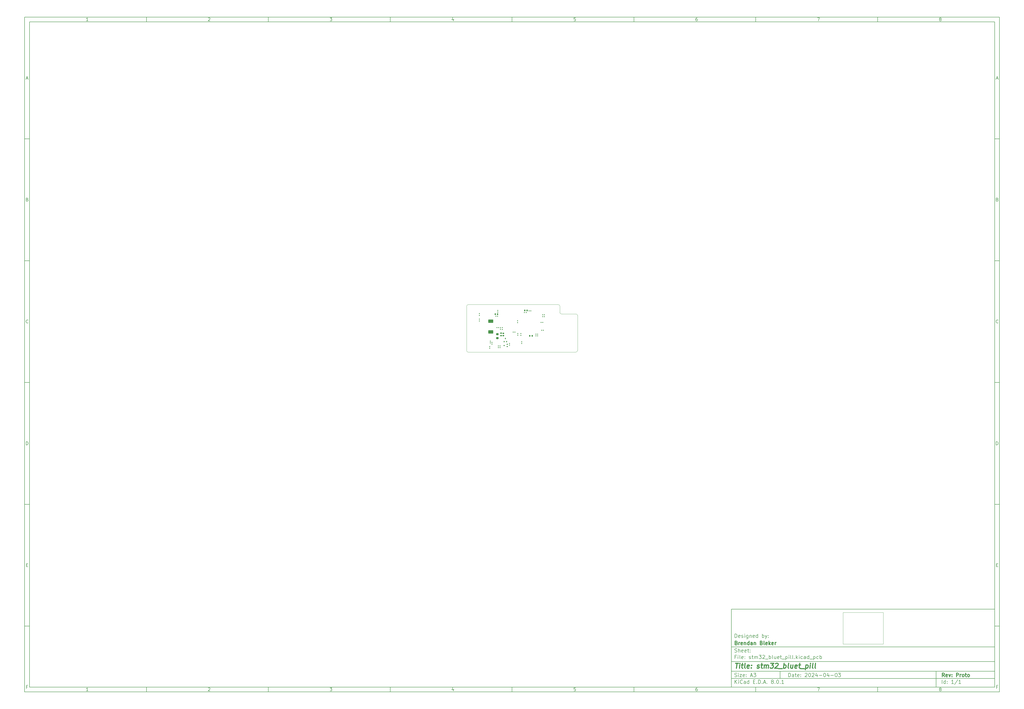
<source format=gbr>
%TF.GenerationSoftware,KiCad,Pcbnew,8.0.1*%
%TF.CreationDate,2024-04-17T19:21:13-07:00*%
%TF.ProjectId,stm32_bluet_pill,73746d33-325f-4626-9c75-65745f70696c,Proto*%
%TF.SameCoordinates,Original*%
%TF.FileFunction,Paste,Bot*%
%TF.FilePolarity,Positive*%
%FSLAX46Y46*%
G04 Gerber Fmt 4.6, Leading zero omitted, Abs format (unit mm)*
G04 Created by KiCad (PCBNEW 8.0.1) date 2024-04-17 19:21:13*
%MOMM*%
%LPD*%
G01*
G04 APERTURE LIST*
G04 Aperture macros list*
%AMRoundRect*
0 Rectangle with rounded corners*
0 $1 Rounding radius*
0 $2 $3 $4 $5 $6 $7 $8 $9 X,Y pos of 4 corners*
0 Add a 4 corners polygon primitive as box body*
4,1,4,$2,$3,$4,$5,$6,$7,$8,$9,$2,$3,0*
0 Add four circle primitives for the rounded corners*
1,1,$1+$1,$2,$3*
1,1,$1+$1,$4,$5*
1,1,$1+$1,$6,$7*
1,1,$1+$1,$8,$9*
0 Add four rect primitives between the rounded corners*
20,1,$1+$1,$2,$3,$4,$5,0*
20,1,$1+$1,$4,$5,$6,$7,0*
20,1,$1+$1,$6,$7,$8,$9,0*
20,1,$1+$1,$8,$9,$2,$3,0*%
G04 Aperture macros list end*
%ADD10C,0.100000*%
%ADD11C,0.150000*%
%ADD12C,0.300000*%
%ADD13C,0.400000*%
%ADD14RoundRect,0.079500X0.079500X0.100500X-0.079500X0.100500X-0.079500X-0.100500X0.079500X-0.100500X0*%
%ADD15RoundRect,0.079500X-0.079500X-0.100500X0.079500X-0.100500X0.079500X0.100500X-0.079500X0.100500X0*%
%ADD16RoundRect,0.140000X0.140000X0.170000X-0.140000X0.170000X-0.140000X-0.170000X0.140000X-0.170000X0*%
%ADD17RoundRect,0.079500X-0.100500X0.079500X-0.100500X-0.079500X0.100500X-0.079500X0.100500X0.079500X0*%
%ADD18RoundRect,0.079500X0.100500X-0.079500X0.100500X0.079500X-0.100500X0.079500X-0.100500X-0.079500X0*%
%ADD19RoundRect,0.147500X-0.172500X0.147500X-0.172500X-0.147500X0.172500X-0.147500X0.172500X0.147500X0*%
%ADD20RoundRect,0.100000X-0.155000X-0.100000X0.155000X-0.100000X0.155000X0.100000X-0.155000X0.100000X0*%
%ADD21RoundRect,0.135000X-0.135000X-0.185000X0.135000X-0.185000X0.135000X0.185000X-0.135000X0.185000X0*%
%ADD22RoundRect,0.200000X-0.275000X0.200000X-0.275000X-0.200000X0.275000X-0.200000X0.275000X0.200000X0*%
%ADD23RoundRect,0.100000X-0.100000X0.155000X-0.100000X-0.155000X0.100000X-0.155000X0.100000X0.155000X0*%
%ADD24RoundRect,0.140000X0.170000X-0.140000X0.170000X0.140000X-0.170000X0.140000X-0.170000X-0.140000X0*%
%ADD25RoundRect,0.250000X0.800000X-0.450000X0.800000X0.450000X-0.800000X0.450000X-0.800000X-0.450000X0*%
%TA.AperFunction,Profile*%
%ADD26C,0.100000*%
%TD*%
G04 APERTURE END LIST*
D10*
X345821001Y-254402167D02*
X345821001Y-267313833D01*
X362331000Y-267313833D01*
X362331000Y-254402167D01*
X345821001Y-254402167D01*
D11*
X299989000Y-253002200D02*
X407989000Y-253002200D01*
X407989000Y-285002200D01*
X299989000Y-285002200D01*
X299989000Y-253002200D01*
D10*
D11*
X10000000Y-10000000D02*
X409989000Y-10000000D01*
X409989000Y-287002200D01*
X10000000Y-287002200D01*
X10000000Y-10000000D01*
D10*
D11*
X12000000Y-12000000D02*
X407989000Y-12000000D01*
X407989000Y-285002200D01*
X12000000Y-285002200D01*
X12000000Y-12000000D01*
D10*
D11*
X60000000Y-12000000D02*
X60000000Y-10000000D01*
D10*
D11*
X110000000Y-12000000D02*
X110000000Y-10000000D01*
D10*
D11*
X160000000Y-12000000D02*
X160000000Y-10000000D01*
D10*
D11*
X210000000Y-12000000D02*
X210000000Y-10000000D01*
D10*
D11*
X260000000Y-12000000D02*
X260000000Y-10000000D01*
D10*
D11*
X310000000Y-12000000D02*
X310000000Y-10000000D01*
D10*
D11*
X360000000Y-12000000D02*
X360000000Y-10000000D01*
D10*
D11*
X36089160Y-11593604D02*
X35346303Y-11593604D01*
X35717731Y-11593604D02*
X35717731Y-10293604D01*
X35717731Y-10293604D02*
X35593922Y-10479319D01*
X35593922Y-10479319D02*
X35470112Y-10603128D01*
X35470112Y-10603128D02*
X35346303Y-10665033D01*
D10*
D11*
X85346303Y-10417414D02*
X85408207Y-10355509D01*
X85408207Y-10355509D02*
X85532017Y-10293604D01*
X85532017Y-10293604D02*
X85841541Y-10293604D01*
X85841541Y-10293604D02*
X85965350Y-10355509D01*
X85965350Y-10355509D02*
X86027255Y-10417414D01*
X86027255Y-10417414D02*
X86089160Y-10541223D01*
X86089160Y-10541223D02*
X86089160Y-10665033D01*
X86089160Y-10665033D02*
X86027255Y-10850747D01*
X86027255Y-10850747D02*
X85284398Y-11593604D01*
X85284398Y-11593604D02*
X86089160Y-11593604D01*
D10*
D11*
X135284398Y-10293604D02*
X136089160Y-10293604D01*
X136089160Y-10293604D02*
X135655826Y-10788842D01*
X135655826Y-10788842D02*
X135841541Y-10788842D01*
X135841541Y-10788842D02*
X135965350Y-10850747D01*
X135965350Y-10850747D02*
X136027255Y-10912652D01*
X136027255Y-10912652D02*
X136089160Y-11036461D01*
X136089160Y-11036461D02*
X136089160Y-11345985D01*
X136089160Y-11345985D02*
X136027255Y-11469795D01*
X136027255Y-11469795D02*
X135965350Y-11531700D01*
X135965350Y-11531700D02*
X135841541Y-11593604D01*
X135841541Y-11593604D02*
X135470112Y-11593604D01*
X135470112Y-11593604D02*
X135346303Y-11531700D01*
X135346303Y-11531700D02*
X135284398Y-11469795D01*
D10*
D11*
X185965350Y-10726938D02*
X185965350Y-11593604D01*
X185655826Y-10231700D02*
X185346303Y-11160271D01*
X185346303Y-11160271D02*
X186151064Y-11160271D01*
D10*
D11*
X236027255Y-10293604D02*
X235408207Y-10293604D01*
X235408207Y-10293604D02*
X235346303Y-10912652D01*
X235346303Y-10912652D02*
X235408207Y-10850747D01*
X235408207Y-10850747D02*
X235532017Y-10788842D01*
X235532017Y-10788842D02*
X235841541Y-10788842D01*
X235841541Y-10788842D02*
X235965350Y-10850747D01*
X235965350Y-10850747D02*
X236027255Y-10912652D01*
X236027255Y-10912652D02*
X236089160Y-11036461D01*
X236089160Y-11036461D02*
X236089160Y-11345985D01*
X236089160Y-11345985D02*
X236027255Y-11469795D01*
X236027255Y-11469795D02*
X235965350Y-11531700D01*
X235965350Y-11531700D02*
X235841541Y-11593604D01*
X235841541Y-11593604D02*
X235532017Y-11593604D01*
X235532017Y-11593604D02*
X235408207Y-11531700D01*
X235408207Y-11531700D02*
X235346303Y-11469795D01*
D10*
D11*
X285965350Y-10293604D02*
X285717731Y-10293604D01*
X285717731Y-10293604D02*
X285593922Y-10355509D01*
X285593922Y-10355509D02*
X285532017Y-10417414D01*
X285532017Y-10417414D02*
X285408207Y-10603128D01*
X285408207Y-10603128D02*
X285346303Y-10850747D01*
X285346303Y-10850747D02*
X285346303Y-11345985D01*
X285346303Y-11345985D02*
X285408207Y-11469795D01*
X285408207Y-11469795D02*
X285470112Y-11531700D01*
X285470112Y-11531700D02*
X285593922Y-11593604D01*
X285593922Y-11593604D02*
X285841541Y-11593604D01*
X285841541Y-11593604D02*
X285965350Y-11531700D01*
X285965350Y-11531700D02*
X286027255Y-11469795D01*
X286027255Y-11469795D02*
X286089160Y-11345985D01*
X286089160Y-11345985D02*
X286089160Y-11036461D01*
X286089160Y-11036461D02*
X286027255Y-10912652D01*
X286027255Y-10912652D02*
X285965350Y-10850747D01*
X285965350Y-10850747D02*
X285841541Y-10788842D01*
X285841541Y-10788842D02*
X285593922Y-10788842D01*
X285593922Y-10788842D02*
X285470112Y-10850747D01*
X285470112Y-10850747D02*
X285408207Y-10912652D01*
X285408207Y-10912652D02*
X285346303Y-11036461D01*
D10*
D11*
X335284398Y-10293604D02*
X336151064Y-10293604D01*
X336151064Y-10293604D02*
X335593922Y-11593604D01*
D10*
D11*
X385593922Y-10850747D02*
X385470112Y-10788842D01*
X385470112Y-10788842D02*
X385408207Y-10726938D01*
X385408207Y-10726938D02*
X385346303Y-10603128D01*
X385346303Y-10603128D02*
X385346303Y-10541223D01*
X385346303Y-10541223D02*
X385408207Y-10417414D01*
X385408207Y-10417414D02*
X385470112Y-10355509D01*
X385470112Y-10355509D02*
X385593922Y-10293604D01*
X385593922Y-10293604D02*
X385841541Y-10293604D01*
X385841541Y-10293604D02*
X385965350Y-10355509D01*
X385965350Y-10355509D02*
X386027255Y-10417414D01*
X386027255Y-10417414D02*
X386089160Y-10541223D01*
X386089160Y-10541223D02*
X386089160Y-10603128D01*
X386089160Y-10603128D02*
X386027255Y-10726938D01*
X386027255Y-10726938D02*
X385965350Y-10788842D01*
X385965350Y-10788842D02*
X385841541Y-10850747D01*
X385841541Y-10850747D02*
X385593922Y-10850747D01*
X385593922Y-10850747D02*
X385470112Y-10912652D01*
X385470112Y-10912652D02*
X385408207Y-10974557D01*
X385408207Y-10974557D02*
X385346303Y-11098366D01*
X385346303Y-11098366D02*
X385346303Y-11345985D01*
X385346303Y-11345985D02*
X385408207Y-11469795D01*
X385408207Y-11469795D02*
X385470112Y-11531700D01*
X385470112Y-11531700D02*
X385593922Y-11593604D01*
X385593922Y-11593604D02*
X385841541Y-11593604D01*
X385841541Y-11593604D02*
X385965350Y-11531700D01*
X385965350Y-11531700D02*
X386027255Y-11469795D01*
X386027255Y-11469795D02*
X386089160Y-11345985D01*
X386089160Y-11345985D02*
X386089160Y-11098366D01*
X386089160Y-11098366D02*
X386027255Y-10974557D01*
X386027255Y-10974557D02*
X385965350Y-10912652D01*
X385965350Y-10912652D02*
X385841541Y-10850747D01*
D10*
D11*
X60000000Y-285002200D02*
X60000000Y-287002200D01*
D10*
D11*
X110000000Y-285002200D02*
X110000000Y-287002200D01*
D10*
D11*
X160000000Y-285002200D02*
X160000000Y-287002200D01*
D10*
D11*
X210000000Y-285002200D02*
X210000000Y-287002200D01*
D10*
D11*
X260000000Y-285002200D02*
X260000000Y-287002200D01*
D10*
D11*
X310000000Y-285002200D02*
X310000000Y-287002200D01*
D10*
D11*
X360000000Y-285002200D02*
X360000000Y-287002200D01*
D10*
D11*
X36089160Y-286595804D02*
X35346303Y-286595804D01*
X35717731Y-286595804D02*
X35717731Y-285295804D01*
X35717731Y-285295804D02*
X35593922Y-285481519D01*
X35593922Y-285481519D02*
X35470112Y-285605328D01*
X35470112Y-285605328D02*
X35346303Y-285667233D01*
D10*
D11*
X85346303Y-285419614D02*
X85408207Y-285357709D01*
X85408207Y-285357709D02*
X85532017Y-285295804D01*
X85532017Y-285295804D02*
X85841541Y-285295804D01*
X85841541Y-285295804D02*
X85965350Y-285357709D01*
X85965350Y-285357709D02*
X86027255Y-285419614D01*
X86027255Y-285419614D02*
X86089160Y-285543423D01*
X86089160Y-285543423D02*
X86089160Y-285667233D01*
X86089160Y-285667233D02*
X86027255Y-285852947D01*
X86027255Y-285852947D02*
X85284398Y-286595804D01*
X85284398Y-286595804D02*
X86089160Y-286595804D01*
D10*
D11*
X135284398Y-285295804D02*
X136089160Y-285295804D01*
X136089160Y-285295804D02*
X135655826Y-285791042D01*
X135655826Y-285791042D02*
X135841541Y-285791042D01*
X135841541Y-285791042D02*
X135965350Y-285852947D01*
X135965350Y-285852947D02*
X136027255Y-285914852D01*
X136027255Y-285914852D02*
X136089160Y-286038661D01*
X136089160Y-286038661D02*
X136089160Y-286348185D01*
X136089160Y-286348185D02*
X136027255Y-286471995D01*
X136027255Y-286471995D02*
X135965350Y-286533900D01*
X135965350Y-286533900D02*
X135841541Y-286595804D01*
X135841541Y-286595804D02*
X135470112Y-286595804D01*
X135470112Y-286595804D02*
X135346303Y-286533900D01*
X135346303Y-286533900D02*
X135284398Y-286471995D01*
D10*
D11*
X185965350Y-285729138D02*
X185965350Y-286595804D01*
X185655826Y-285233900D02*
X185346303Y-286162471D01*
X185346303Y-286162471D02*
X186151064Y-286162471D01*
D10*
D11*
X236027255Y-285295804D02*
X235408207Y-285295804D01*
X235408207Y-285295804D02*
X235346303Y-285914852D01*
X235346303Y-285914852D02*
X235408207Y-285852947D01*
X235408207Y-285852947D02*
X235532017Y-285791042D01*
X235532017Y-285791042D02*
X235841541Y-285791042D01*
X235841541Y-285791042D02*
X235965350Y-285852947D01*
X235965350Y-285852947D02*
X236027255Y-285914852D01*
X236027255Y-285914852D02*
X236089160Y-286038661D01*
X236089160Y-286038661D02*
X236089160Y-286348185D01*
X236089160Y-286348185D02*
X236027255Y-286471995D01*
X236027255Y-286471995D02*
X235965350Y-286533900D01*
X235965350Y-286533900D02*
X235841541Y-286595804D01*
X235841541Y-286595804D02*
X235532017Y-286595804D01*
X235532017Y-286595804D02*
X235408207Y-286533900D01*
X235408207Y-286533900D02*
X235346303Y-286471995D01*
D10*
D11*
X285965350Y-285295804D02*
X285717731Y-285295804D01*
X285717731Y-285295804D02*
X285593922Y-285357709D01*
X285593922Y-285357709D02*
X285532017Y-285419614D01*
X285532017Y-285419614D02*
X285408207Y-285605328D01*
X285408207Y-285605328D02*
X285346303Y-285852947D01*
X285346303Y-285852947D02*
X285346303Y-286348185D01*
X285346303Y-286348185D02*
X285408207Y-286471995D01*
X285408207Y-286471995D02*
X285470112Y-286533900D01*
X285470112Y-286533900D02*
X285593922Y-286595804D01*
X285593922Y-286595804D02*
X285841541Y-286595804D01*
X285841541Y-286595804D02*
X285965350Y-286533900D01*
X285965350Y-286533900D02*
X286027255Y-286471995D01*
X286027255Y-286471995D02*
X286089160Y-286348185D01*
X286089160Y-286348185D02*
X286089160Y-286038661D01*
X286089160Y-286038661D02*
X286027255Y-285914852D01*
X286027255Y-285914852D02*
X285965350Y-285852947D01*
X285965350Y-285852947D02*
X285841541Y-285791042D01*
X285841541Y-285791042D02*
X285593922Y-285791042D01*
X285593922Y-285791042D02*
X285470112Y-285852947D01*
X285470112Y-285852947D02*
X285408207Y-285914852D01*
X285408207Y-285914852D02*
X285346303Y-286038661D01*
D10*
D11*
X335284398Y-285295804D02*
X336151064Y-285295804D01*
X336151064Y-285295804D02*
X335593922Y-286595804D01*
D10*
D11*
X385593922Y-285852947D02*
X385470112Y-285791042D01*
X385470112Y-285791042D02*
X385408207Y-285729138D01*
X385408207Y-285729138D02*
X385346303Y-285605328D01*
X385346303Y-285605328D02*
X385346303Y-285543423D01*
X385346303Y-285543423D02*
X385408207Y-285419614D01*
X385408207Y-285419614D02*
X385470112Y-285357709D01*
X385470112Y-285357709D02*
X385593922Y-285295804D01*
X385593922Y-285295804D02*
X385841541Y-285295804D01*
X385841541Y-285295804D02*
X385965350Y-285357709D01*
X385965350Y-285357709D02*
X386027255Y-285419614D01*
X386027255Y-285419614D02*
X386089160Y-285543423D01*
X386089160Y-285543423D02*
X386089160Y-285605328D01*
X386089160Y-285605328D02*
X386027255Y-285729138D01*
X386027255Y-285729138D02*
X385965350Y-285791042D01*
X385965350Y-285791042D02*
X385841541Y-285852947D01*
X385841541Y-285852947D02*
X385593922Y-285852947D01*
X385593922Y-285852947D02*
X385470112Y-285914852D01*
X385470112Y-285914852D02*
X385408207Y-285976757D01*
X385408207Y-285976757D02*
X385346303Y-286100566D01*
X385346303Y-286100566D02*
X385346303Y-286348185D01*
X385346303Y-286348185D02*
X385408207Y-286471995D01*
X385408207Y-286471995D02*
X385470112Y-286533900D01*
X385470112Y-286533900D02*
X385593922Y-286595804D01*
X385593922Y-286595804D02*
X385841541Y-286595804D01*
X385841541Y-286595804D02*
X385965350Y-286533900D01*
X385965350Y-286533900D02*
X386027255Y-286471995D01*
X386027255Y-286471995D02*
X386089160Y-286348185D01*
X386089160Y-286348185D02*
X386089160Y-286100566D01*
X386089160Y-286100566D02*
X386027255Y-285976757D01*
X386027255Y-285976757D02*
X385965350Y-285914852D01*
X385965350Y-285914852D02*
X385841541Y-285852947D01*
D10*
D11*
X10000000Y-60000000D02*
X12000000Y-60000000D01*
D10*
D11*
X10000000Y-110000000D02*
X12000000Y-110000000D01*
D10*
D11*
X10000000Y-160000000D02*
X12000000Y-160000000D01*
D10*
D11*
X10000000Y-210000000D02*
X12000000Y-210000000D01*
D10*
D11*
X10000000Y-260000000D02*
X12000000Y-260000000D01*
D10*
D11*
X10690476Y-35222176D02*
X11309523Y-35222176D01*
X10566666Y-35593604D02*
X10999999Y-34293604D01*
X10999999Y-34293604D02*
X11433333Y-35593604D01*
D10*
D11*
X11092857Y-84912652D02*
X11278571Y-84974557D01*
X11278571Y-84974557D02*
X11340476Y-85036461D01*
X11340476Y-85036461D02*
X11402380Y-85160271D01*
X11402380Y-85160271D02*
X11402380Y-85345985D01*
X11402380Y-85345985D02*
X11340476Y-85469795D01*
X11340476Y-85469795D02*
X11278571Y-85531700D01*
X11278571Y-85531700D02*
X11154761Y-85593604D01*
X11154761Y-85593604D02*
X10659523Y-85593604D01*
X10659523Y-85593604D02*
X10659523Y-84293604D01*
X10659523Y-84293604D02*
X11092857Y-84293604D01*
X11092857Y-84293604D02*
X11216666Y-84355509D01*
X11216666Y-84355509D02*
X11278571Y-84417414D01*
X11278571Y-84417414D02*
X11340476Y-84541223D01*
X11340476Y-84541223D02*
X11340476Y-84665033D01*
X11340476Y-84665033D02*
X11278571Y-84788842D01*
X11278571Y-84788842D02*
X11216666Y-84850747D01*
X11216666Y-84850747D02*
X11092857Y-84912652D01*
X11092857Y-84912652D02*
X10659523Y-84912652D01*
D10*
D11*
X11402380Y-135469795D02*
X11340476Y-135531700D01*
X11340476Y-135531700D02*
X11154761Y-135593604D01*
X11154761Y-135593604D02*
X11030952Y-135593604D01*
X11030952Y-135593604D02*
X10845238Y-135531700D01*
X10845238Y-135531700D02*
X10721428Y-135407890D01*
X10721428Y-135407890D02*
X10659523Y-135284080D01*
X10659523Y-135284080D02*
X10597619Y-135036461D01*
X10597619Y-135036461D02*
X10597619Y-134850747D01*
X10597619Y-134850747D02*
X10659523Y-134603128D01*
X10659523Y-134603128D02*
X10721428Y-134479319D01*
X10721428Y-134479319D02*
X10845238Y-134355509D01*
X10845238Y-134355509D02*
X11030952Y-134293604D01*
X11030952Y-134293604D02*
X11154761Y-134293604D01*
X11154761Y-134293604D02*
X11340476Y-134355509D01*
X11340476Y-134355509D02*
X11402380Y-134417414D01*
D10*
D11*
X10659523Y-185593604D02*
X10659523Y-184293604D01*
X10659523Y-184293604D02*
X10969047Y-184293604D01*
X10969047Y-184293604D02*
X11154761Y-184355509D01*
X11154761Y-184355509D02*
X11278571Y-184479319D01*
X11278571Y-184479319D02*
X11340476Y-184603128D01*
X11340476Y-184603128D02*
X11402380Y-184850747D01*
X11402380Y-184850747D02*
X11402380Y-185036461D01*
X11402380Y-185036461D02*
X11340476Y-185284080D01*
X11340476Y-185284080D02*
X11278571Y-185407890D01*
X11278571Y-185407890D02*
X11154761Y-185531700D01*
X11154761Y-185531700D02*
X10969047Y-185593604D01*
X10969047Y-185593604D02*
X10659523Y-185593604D01*
D10*
D11*
X10721428Y-234912652D02*
X11154762Y-234912652D01*
X11340476Y-235593604D02*
X10721428Y-235593604D01*
X10721428Y-235593604D02*
X10721428Y-234293604D01*
X10721428Y-234293604D02*
X11340476Y-234293604D01*
D10*
D11*
X11185714Y-284912652D02*
X10752380Y-284912652D01*
X10752380Y-285593604D02*
X10752380Y-284293604D01*
X10752380Y-284293604D02*
X11371428Y-284293604D01*
D10*
D11*
X409989000Y-60000000D02*
X407989000Y-60000000D01*
D10*
D11*
X409989000Y-110000000D02*
X407989000Y-110000000D01*
D10*
D11*
X409989000Y-160000000D02*
X407989000Y-160000000D01*
D10*
D11*
X409989000Y-210000000D02*
X407989000Y-210000000D01*
D10*
D11*
X409989000Y-260000000D02*
X407989000Y-260000000D01*
D10*
D11*
X408679476Y-35222176D02*
X409298523Y-35222176D01*
X408555666Y-35593604D02*
X408988999Y-34293604D01*
X408988999Y-34293604D02*
X409422333Y-35593604D01*
D10*
D11*
X409081857Y-84912652D02*
X409267571Y-84974557D01*
X409267571Y-84974557D02*
X409329476Y-85036461D01*
X409329476Y-85036461D02*
X409391380Y-85160271D01*
X409391380Y-85160271D02*
X409391380Y-85345985D01*
X409391380Y-85345985D02*
X409329476Y-85469795D01*
X409329476Y-85469795D02*
X409267571Y-85531700D01*
X409267571Y-85531700D02*
X409143761Y-85593604D01*
X409143761Y-85593604D02*
X408648523Y-85593604D01*
X408648523Y-85593604D02*
X408648523Y-84293604D01*
X408648523Y-84293604D02*
X409081857Y-84293604D01*
X409081857Y-84293604D02*
X409205666Y-84355509D01*
X409205666Y-84355509D02*
X409267571Y-84417414D01*
X409267571Y-84417414D02*
X409329476Y-84541223D01*
X409329476Y-84541223D02*
X409329476Y-84665033D01*
X409329476Y-84665033D02*
X409267571Y-84788842D01*
X409267571Y-84788842D02*
X409205666Y-84850747D01*
X409205666Y-84850747D02*
X409081857Y-84912652D01*
X409081857Y-84912652D02*
X408648523Y-84912652D01*
D10*
D11*
X409391380Y-135469795D02*
X409329476Y-135531700D01*
X409329476Y-135531700D02*
X409143761Y-135593604D01*
X409143761Y-135593604D02*
X409019952Y-135593604D01*
X409019952Y-135593604D02*
X408834238Y-135531700D01*
X408834238Y-135531700D02*
X408710428Y-135407890D01*
X408710428Y-135407890D02*
X408648523Y-135284080D01*
X408648523Y-135284080D02*
X408586619Y-135036461D01*
X408586619Y-135036461D02*
X408586619Y-134850747D01*
X408586619Y-134850747D02*
X408648523Y-134603128D01*
X408648523Y-134603128D02*
X408710428Y-134479319D01*
X408710428Y-134479319D02*
X408834238Y-134355509D01*
X408834238Y-134355509D02*
X409019952Y-134293604D01*
X409019952Y-134293604D02*
X409143761Y-134293604D01*
X409143761Y-134293604D02*
X409329476Y-134355509D01*
X409329476Y-134355509D02*
X409391380Y-134417414D01*
D10*
D11*
X408648523Y-185593604D02*
X408648523Y-184293604D01*
X408648523Y-184293604D02*
X408958047Y-184293604D01*
X408958047Y-184293604D02*
X409143761Y-184355509D01*
X409143761Y-184355509D02*
X409267571Y-184479319D01*
X409267571Y-184479319D02*
X409329476Y-184603128D01*
X409329476Y-184603128D02*
X409391380Y-184850747D01*
X409391380Y-184850747D02*
X409391380Y-185036461D01*
X409391380Y-185036461D02*
X409329476Y-185284080D01*
X409329476Y-185284080D02*
X409267571Y-185407890D01*
X409267571Y-185407890D02*
X409143761Y-185531700D01*
X409143761Y-185531700D02*
X408958047Y-185593604D01*
X408958047Y-185593604D02*
X408648523Y-185593604D01*
D10*
D11*
X408710428Y-234912652D02*
X409143762Y-234912652D01*
X409329476Y-235593604D02*
X408710428Y-235593604D01*
X408710428Y-235593604D02*
X408710428Y-234293604D01*
X408710428Y-234293604D02*
X409329476Y-234293604D01*
D10*
D11*
X409174714Y-284912652D02*
X408741380Y-284912652D01*
X408741380Y-285593604D02*
X408741380Y-284293604D01*
X408741380Y-284293604D02*
X409360428Y-284293604D01*
D10*
D11*
X323444826Y-280788328D02*
X323444826Y-279288328D01*
X323444826Y-279288328D02*
X323801969Y-279288328D01*
X323801969Y-279288328D02*
X324016255Y-279359757D01*
X324016255Y-279359757D02*
X324159112Y-279502614D01*
X324159112Y-279502614D02*
X324230541Y-279645471D01*
X324230541Y-279645471D02*
X324301969Y-279931185D01*
X324301969Y-279931185D02*
X324301969Y-280145471D01*
X324301969Y-280145471D02*
X324230541Y-280431185D01*
X324230541Y-280431185D02*
X324159112Y-280574042D01*
X324159112Y-280574042D02*
X324016255Y-280716900D01*
X324016255Y-280716900D02*
X323801969Y-280788328D01*
X323801969Y-280788328D02*
X323444826Y-280788328D01*
X325587684Y-280788328D02*
X325587684Y-280002614D01*
X325587684Y-280002614D02*
X325516255Y-279859757D01*
X325516255Y-279859757D02*
X325373398Y-279788328D01*
X325373398Y-279788328D02*
X325087684Y-279788328D01*
X325087684Y-279788328D02*
X324944826Y-279859757D01*
X325587684Y-280716900D02*
X325444826Y-280788328D01*
X325444826Y-280788328D02*
X325087684Y-280788328D01*
X325087684Y-280788328D02*
X324944826Y-280716900D01*
X324944826Y-280716900D02*
X324873398Y-280574042D01*
X324873398Y-280574042D02*
X324873398Y-280431185D01*
X324873398Y-280431185D02*
X324944826Y-280288328D01*
X324944826Y-280288328D02*
X325087684Y-280216900D01*
X325087684Y-280216900D02*
X325444826Y-280216900D01*
X325444826Y-280216900D02*
X325587684Y-280145471D01*
X326087684Y-279788328D02*
X326659112Y-279788328D01*
X326301969Y-279288328D02*
X326301969Y-280574042D01*
X326301969Y-280574042D02*
X326373398Y-280716900D01*
X326373398Y-280716900D02*
X326516255Y-280788328D01*
X326516255Y-280788328D02*
X326659112Y-280788328D01*
X327730541Y-280716900D02*
X327587684Y-280788328D01*
X327587684Y-280788328D02*
X327301970Y-280788328D01*
X327301970Y-280788328D02*
X327159112Y-280716900D01*
X327159112Y-280716900D02*
X327087684Y-280574042D01*
X327087684Y-280574042D02*
X327087684Y-280002614D01*
X327087684Y-280002614D02*
X327159112Y-279859757D01*
X327159112Y-279859757D02*
X327301970Y-279788328D01*
X327301970Y-279788328D02*
X327587684Y-279788328D01*
X327587684Y-279788328D02*
X327730541Y-279859757D01*
X327730541Y-279859757D02*
X327801970Y-280002614D01*
X327801970Y-280002614D02*
X327801970Y-280145471D01*
X327801970Y-280145471D02*
X327087684Y-280288328D01*
X328444826Y-280645471D02*
X328516255Y-280716900D01*
X328516255Y-280716900D02*
X328444826Y-280788328D01*
X328444826Y-280788328D02*
X328373398Y-280716900D01*
X328373398Y-280716900D02*
X328444826Y-280645471D01*
X328444826Y-280645471D02*
X328444826Y-280788328D01*
X328444826Y-279859757D02*
X328516255Y-279931185D01*
X328516255Y-279931185D02*
X328444826Y-280002614D01*
X328444826Y-280002614D02*
X328373398Y-279931185D01*
X328373398Y-279931185D02*
X328444826Y-279859757D01*
X328444826Y-279859757D02*
X328444826Y-280002614D01*
X330230541Y-279431185D02*
X330301969Y-279359757D01*
X330301969Y-279359757D02*
X330444827Y-279288328D01*
X330444827Y-279288328D02*
X330801969Y-279288328D01*
X330801969Y-279288328D02*
X330944827Y-279359757D01*
X330944827Y-279359757D02*
X331016255Y-279431185D01*
X331016255Y-279431185D02*
X331087684Y-279574042D01*
X331087684Y-279574042D02*
X331087684Y-279716900D01*
X331087684Y-279716900D02*
X331016255Y-279931185D01*
X331016255Y-279931185D02*
X330159112Y-280788328D01*
X330159112Y-280788328D02*
X331087684Y-280788328D01*
X332016255Y-279288328D02*
X332159112Y-279288328D01*
X332159112Y-279288328D02*
X332301969Y-279359757D01*
X332301969Y-279359757D02*
X332373398Y-279431185D01*
X332373398Y-279431185D02*
X332444826Y-279574042D01*
X332444826Y-279574042D02*
X332516255Y-279859757D01*
X332516255Y-279859757D02*
X332516255Y-280216900D01*
X332516255Y-280216900D02*
X332444826Y-280502614D01*
X332444826Y-280502614D02*
X332373398Y-280645471D01*
X332373398Y-280645471D02*
X332301969Y-280716900D01*
X332301969Y-280716900D02*
X332159112Y-280788328D01*
X332159112Y-280788328D02*
X332016255Y-280788328D01*
X332016255Y-280788328D02*
X331873398Y-280716900D01*
X331873398Y-280716900D02*
X331801969Y-280645471D01*
X331801969Y-280645471D02*
X331730540Y-280502614D01*
X331730540Y-280502614D02*
X331659112Y-280216900D01*
X331659112Y-280216900D02*
X331659112Y-279859757D01*
X331659112Y-279859757D02*
X331730540Y-279574042D01*
X331730540Y-279574042D02*
X331801969Y-279431185D01*
X331801969Y-279431185D02*
X331873398Y-279359757D01*
X331873398Y-279359757D02*
X332016255Y-279288328D01*
X333087683Y-279431185D02*
X333159111Y-279359757D01*
X333159111Y-279359757D02*
X333301969Y-279288328D01*
X333301969Y-279288328D02*
X333659111Y-279288328D01*
X333659111Y-279288328D02*
X333801969Y-279359757D01*
X333801969Y-279359757D02*
X333873397Y-279431185D01*
X333873397Y-279431185D02*
X333944826Y-279574042D01*
X333944826Y-279574042D02*
X333944826Y-279716900D01*
X333944826Y-279716900D02*
X333873397Y-279931185D01*
X333873397Y-279931185D02*
X333016254Y-280788328D01*
X333016254Y-280788328D02*
X333944826Y-280788328D01*
X335230540Y-279788328D02*
X335230540Y-280788328D01*
X334873397Y-279216900D02*
X334516254Y-280288328D01*
X334516254Y-280288328D02*
X335444825Y-280288328D01*
X336016253Y-280216900D02*
X337159111Y-280216900D01*
X338159111Y-279288328D02*
X338301968Y-279288328D01*
X338301968Y-279288328D02*
X338444825Y-279359757D01*
X338444825Y-279359757D02*
X338516254Y-279431185D01*
X338516254Y-279431185D02*
X338587682Y-279574042D01*
X338587682Y-279574042D02*
X338659111Y-279859757D01*
X338659111Y-279859757D02*
X338659111Y-280216900D01*
X338659111Y-280216900D02*
X338587682Y-280502614D01*
X338587682Y-280502614D02*
X338516254Y-280645471D01*
X338516254Y-280645471D02*
X338444825Y-280716900D01*
X338444825Y-280716900D02*
X338301968Y-280788328D01*
X338301968Y-280788328D02*
X338159111Y-280788328D01*
X338159111Y-280788328D02*
X338016254Y-280716900D01*
X338016254Y-280716900D02*
X337944825Y-280645471D01*
X337944825Y-280645471D02*
X337873396Y-280502614D01*
X337873396Y-280502614D02*
X337801968Y-280216900D01*
X337801968Y-280216900D02*
X337801968Y-279859757D01*
X337801968Y-279859757D02*
X337873396Y-279574042D01*
X337873396Y-279574042D02*
X337944825Y-279431185D01*
X337944825Y-279431185D02*
X338016254Y-279359757D01*
X338016254Y-279359757D02*
X338159111Y-279288328D01*
X339944825Y-279788328D02*
X339944825Y-280788328D01*
X339587682Y-279216900D02*
X339230539Y-280288328D01*
X339230539Y-280288328D02*
X340159110Y-280288328D01*
X340730538Y-280216900D02*
X341873396Y-280216900D01*
X342873396Y-279288328D02*
X343016253Y-279288328D01*
X343016253Y-279288328D02*
X343159110Y-279359757D01*
X343159110Y-279359757D02*
X343230539Y-279431185D01*
X343230539Y-279431185D02*
X343301967Y-279574042D01*
X343301967Y-279574042D02*
X343373396Y-279859757D01*
X343373396Y-279859757D02*
X343373396Y-280216900D01*
X343373396Y-280216900D02*
X343301967Y-280502614D01*
X343301967Y-280502614D02*
X343230539Y-280645471D01*
X343230539Y-280645471D02*
X343159110Y-280716900D01*
X343159110Y-280716900D02*
X343016253Y-280788328D01*
X343016253Y-280788328D02*
X342873396Y-280788328D01*
X342873396Y-280788328D02*
X342730539Y-280716900D01*
X342730539Y-280716900D02*
X342659110Y-280645471D01*
X342659110Y-280645471D02*
X342587681Y-280502614D01*
X342587681Y-280502614D02*
X342516253Y-280216900D01*
X342516253Y-280216900D02*
X342516253Y-279859757D01*
X342516253Y-279859757D02*
X342587681Y-279574042D01*
X342587681Y-279574042D02*
X342659110Y-279431185D01*
X342659110Y-279431185D02*
X342730539Y-279359757D01*
X342730539Y-279359757D02*
X342873396Y-279288328D01*
X343873395Y-279288328D02*
X344801967Y-279288328D01*
X344801967Y-279288328D02*
X344301967Y-279859757D01*
X344301967Y-279859757D02*
X344516252Y-279859757D01*
X344516252Y-279859757D02*
X344659110Y-279931185D01*
X344659110Y-279931185D02*
X344730538Y-280002614D01*
X344730538Y-280002614D02*
X344801967Y-280145471D01*
X344801967Y-280145471D02*
X344801967Y-280502614D01*
X344801967Y-280502614D02*
X344730538Y-280645471D01*
X344730538Y-280645471D02*
X344659110Y-280716900D01*
X344659110Y-280716900D02*
X344516252Y-280788328D01*
X344516252Y-280788328D02*
X344087681Y-280788328D01*
X344087681Y-280788328D02*
X343944824Y-280716900D01*
X343944824Y-280716900D02*
X343873395Y-280645471D01*
D10*
D11*
X299989000Y-281502200D02*
X407989000Y-281502200D01*
D10*
D11*
X301444826Y-283588328D02*
X301444826Y-282088328D01*
X302301969Y-283588328D02*
X301659112Y-282731185D01*
X302301969Y-282088328D02*
X301444826Y-282945471D01*
X302944826Y-283588328D02*
X302944826Y-282588328D01*
X302944826Y-282088328D02*
X302873398Y-282159757D01*
X302873398Y-282159757D02*
X302944826Y-282231185D01*
X302944826Y-282231185D02*
X303016255Y-282159757D01*
X303016255Y-282159757D02*
X302944826Y-282088328D01*
X302944826Y-282088328D02*
X302944826Y-282231185D01*
X304516255Y-283445471D02*
X304444827Y-283516900D01*
X304444827Y-283516900D02*
X304230541Y-283588328D01*
X304230541Y-283588328D02*
X304087684Y-283588328D01*
X304087684Y-283588328D02*
X303873398Y-283516900D01*
X303873398Y-283516900D02*
X303730541Y-283374042D01*
X303730541Y-283374042D02*
X303659112Y-283231185D01*
X303659112Y-283231185D02*
X303587684Y-282945471D01*
X303587684Y-282945471D02*
X303587684Y-282731185D01*
X303587684Y-282731185D02*
X303659112Y-282445471D01*
X303659112Y-282445471D02*
X303730541Y-282302614D01*
X303730541Y-282302614D02*
X303873398Y-282159757D01*
X303873398Y-282159757D02*
X304087684Y-282088328D01*
X304087684Y-282088328D02*
X304230541Y-282088328D01*
X304230541Y-282088328D02*
X304444827Y-282159757D01*
X304444827Y-282159757D02*
X304516255Y-282231185D01*
X305801970Y-283588328D02*
X305801970Y-282802614D01*
X305801970Y-282802614D02*
X305730541Y-282659757D01*
X305730541Y-282659757D02*
X305587684Y-282588328D01*
X305587684Y-282588328D02*
X305301970Y-282588328D01*
X305301970Y-282588328D02*
X305159112Y-282659757D01*
X305801970Y-283516900D02*
X305659112Y-283588328D01*
X305659112Y-283588328D02*
X305301970Y-283588328D01*
X305301970Y-283588328D02*
X305159112Y-283516900D01*
X305159112Y-283516900D02*
X305087684Y-283374042D01*
X305087684Y-283374042D02*
X305087684Y-283231185D01*
X305087684Y-283231185D02*
X305159112Y-283088328D01*
X305159112Y-283088328D02*
X305301970Y-283016900D01*
X305301970Y-283016900D02*
X305659112Y-283016900D01*
X305659112Y-283016900D02*
X305801970Y-282945471D01*
X307159113Y-283588328D02*
X307159113Y-282088328D01*
X307159113Y-283516900D02*
X307016255Y-283588328D01*
X307016255Y-283588328D02*
X306730541Y-283588328D01*
X306730541Y-283588328D02*
X306587684Y-283516900D01*
X306587684Y-283516900D02*
X306516255Y-283445471D01*
X306516255Y-283445471D02*
X306444827Y-283302614D01*
X306444827Y-283302614D02*
X306444827Y-282874042D01*
X306444827Y-282874042D02*
X306516255Y-282731185D01*
X306516255Y-282731185D02*
X306587684Y-282659757D01*
X306587684Y-282659757D02*
X306730541Y-282588328D01*
X306730541Y-282588328D02*
X307016255Y-282588328D01*
X307016255Y-282588328D02*
X307159113Y-282659757D01*
X309016255Y-282802614D02*
X309516255Y-282802614D01*
X309730541Y-283588328D02*
X309016255Y-283588328D01*
X309016255Y-283588328D02*
X309016255Y-282088328D01*
X309016255Y-282088328D02*
X309730541Y-282088328D01*
X310373398Y-283445471D02*
X310444827Y-283516900D01*
X310444827Y-283516900D02*
X310373398Y-283588328D01*
X310373398Y-283588328D02*
X310301970Y-283516900D01*
X310301970Y-283516900D02*
X310373398Y-283445471D01*
X310373398Y-283445471D02*
X310373398Y-283588328D01*
X311087684Y-283588328D02*
X311087684Y-282088328D01*
X311087684Y-282088328D02*
X311444827Y-282088328D01*
X311444827Y-282088328D02*
X311659113Y-282159757D01*
X311659113Y-282159757D02*
X311801970Y-282302614D01*
X311801970Y-282302614D02*
X311873399Y-282445471D01*
X311873399Y-282445471D02*
X311944827Y-282731185D01*
X311944827Y-282731185D02*
X311944827Y-282945471D01*
X311944827Y-282945471D02*
X311873399Y-283231185D01*
X311873399Y-283231185D02*
X311801970Y-283374042D01*
X311801970Y-283374042D02*
X311659113Y-283516900D01*
X311659113Y-283516900D02*
X311444827Y-283588328D01*
X311444827Y-283588328D02*
X311087684Y-283588328D01*
X312587684Y-283445471D02*
X312659113Y-283516900D01*
X312659113Y-283516900D02*
X312587684Y-283588328D01*
X312587684Y-283588328D02*
X312516256Y-283516900D01*
X312516256Y-283516900D02*
X312587684Y-283445471D01*
X312587684Y-283445471D02*
X312587684Y-283588328D01*
X313230542Y-283159757D02*
X313944828Y-283159757D01*
X313087685Y-283588328D02*
X313587685Y-282088328D01*
X313587685Y-282088328D02*
X314087685Y-283588328D01*
X314587684Y-283445471D02*
X314659113Y-283516900D01*
X314659113Y-283516900D02*
X314587684Y-283588328D01*
X314587684Y-283588328D02*
X314516256Y-283516900D01*
X314516256Y-283516900D02*
X314587684Y-283445471D01*
X314587684Y-283445471D02*
X314587684Y-283588328D01*
X316659113Y-282731185D02*
X316516256Y-282659757D01*
X316516256Y-282659757D02*
X316444827Y-282588328D01*
X316444827Y-282588328D02*
X316373399Y-282445471D01*
X316373399Y-282445471D02*
X316373399Y-282374042D01*
X316373399Y-282374042D02*
X316444827Y-282231185D01*
X316444827Y-282231185D02*
X316516256Y-282159757D01*
X316516256Y-282159757D02*
X316659113Y-282088328D01*
X316659113Y-282088328D02*
X316944827Y-282088328D01*
X316944827Y-282088328D02*
X317087685Y-282159757D01*
X317087685Y-282159757D02*
X317159113Y-282231185D01*
X317159113Y-282231185D02*
X317230542Y-282374042D01*
X317230542Y-282374042D02*
X317230542Y-282445471D01*
X317230542Y-282445471D02*
X317159113Y-282588328D01*
X317159113Y-282588328D02*
X317087685Y-282659757D01*
X317087685Y-282659757D02*
X316944827Y-282731185D01*
X316944827Y-282731185D02*
X316659113Y-282731185D01*
X316659113Y-282731185D02*
X316516256Y-282802614D01*
X316516256Y-282802614D02*
X316444827Y-282874042D01*
X316444827Y-282874042D02*
X316373399Y-283016900D01*
X316373399Y-283016900D02*
X316373399Y-283302614D01*
X316373399Y-283302614D02*
X316444827Y-283445471D01*
X316444827Y-283445471D02*
X316516256Y-283516900D01*
X316516256Y-283516900D02*
X316659113Y-283588328D01*
X316659113Y-283588328D02*
X316944827Y-283588328D01*
X316944827Y-283588328D02*
X317087685Y-283516900D01*
X317087685Y-283516900D02*
X317159113Y-283445471D01*
X317159113Y-283445471D02*
X317230542Y-283302614D01*
X317230542Y-283302614D02*
X317230542Y-283016900D01*
X317230542Y-283016900D02*
X317159113Y-282874042D01*
X317159113Y-282874042D02*
X317087685Y-282802614D01*
X317087685Y-282802614D02*
X316944827Y-282731185D01*
X317873398Y-283445471D02*
X317944827Y-283516900D01*
X317944827Y-283516900D02*
X317873398Y-283588328D01*
X317873398Y-283588328D02*
X317801970Y-283516900D01*
X317801970Y-283516900D02*
X317873398Y-283445471D01*
X317873398Y-283445471D02*
X317873398Y-283588328D01*
X318873399Y-282088328D02*
X319016256Y-282088328D01*
X319016256Y-282088328D02*
X319159113Y-282159757D01*
X319159113Y-282159757D02*
X319230542Y-282231185D01*
X319230542Y-282231185D02*
X319301970Y-282374042D01*
X319301970Y-282374042D02*
X319373399Y-282659757D01*
X319373399Y-282659757D02*
X319373399Y-283016900D01*
X319373399Y-283016900D02*
X319301970Y-283302614D01*
X319301970Y-283302614D02*
X319230542Y-283445471D01*
X319230542Y-283445471D02*
X319159113Y-283516900D01*
X319159113Y-283516900D02*
X319016256Y-283588328D01*
X319016256Y-283588328D02*
X318873399Y-283588328D01*
X318873399Y-283588328D02*
X318730542Y-283516900D01*
X318730542Y-283516900D02*
X318659113Y-283445471D01*
X318659113Y-283445471D02*
X318587684Y-283302614D01*
X318587684Y-283302614D02*
X318516256Y-283016900D01*
X318516256Y-283016900D02*
X318516256Y-282659757D01*
X318516256Y-282659757D02*
X318587684Y-282374042D01*
X318587684Y-282374042D02*
X318659113Y-282231185D01*
X318659113Y-282231185D02*
X318730542Y-282159757D01*
X318730542Y-282159757D02*
X318873399Y-282088328D01*
X320016255Y-283445471D02*
X320087684Y-283516900D01*
X320087684Y-283516900D02*
X320016255Y-283588328D01*
X320016255Y-283588328D02*
X319944827Y-283516900D01*
X319944827Y-283516900D02*
X320016255Y-283445471D01*
X320016255Y-283445471D02*
X320016255Y-283588328D01*
X321516256Y-283588328D02*
X320659113Y-283588328D01*
X321087684Y-283588328D02*
X321087684Y-282088328D01*
X321087684Y-282088328D02*
X320944827Y-282302614D01*
X320944827Y-282302614D02*
X320801970Y-282445471D01*
X320801970Y-282445471D02*
X320659113Y-282516900D01*
D10*
D11*
X299989000Y-278502200D02*
X407989000Y-278502200D01*
D10*
D12*
X387400653Y-280780528D02*
X386900653Y-280066242D01*
X386543510Y-280780528D02*
X386543510Y-279280528D01*
X386543510Y-279280528D02*
X387114939Y-279280528D01*
X387114939Y-279280528D02*
X387257796Y-279351957D01*
X387257796Y-279351957D02*
X387329225Y-279423385D01*
X387329225Y-279423385D02*
X387400653Y-279566242D01*
X387400653Y-279566242D02*
X387400653Y-279780528D01*
X387400653Y-279780528D02*
X387329225Y-279923385D01*
X387329225Y-279923385D02*
X387257796Y-279994814D01*
X387257796Y-279994814D02*
X387114939Y-280066242D01*
X387114939Y-280066242D02*
X386543510Y-280066242D01*
X388614939Y-280709100D02*
X388472082Y-280780528D01*
X388472082Y-280780528D02*
X388186368Y-280780528D01*
X388186368Y-280780528D02*
X388043510Y-280709100D01*
X388043510Y-280709100D02*
X387972082Y-280566242D01*
X387972082Y-280566242D02*
X387972082Y-279994814D01*
X387972082Y-279994814D02*
X388043510Y-279851957D01*
X388043510Y-279851957D02*
X388186368Y-279780528D01*
X388186368Y-279780528D02*
X388472082Y-279780528D01*
X388472082Y-279780528D02*
X388614939Y-279851957D01*
X388614939Y-279851957D02*
X388686368Y-279994814D01*
X388686368Y-279994814D02*
X388686368Y-280137671D01*
X388686368Y-280137671D02*
X387972082Y-280280528D01*
X389186367Y-279780528D02*
X389543510Y-280780528D01*
X389543510Y-280780528D02*
X389900653Y-279780528D01*
X390472081Y-280637671D02*
X390543510Y-280709100D01*
X390543510Y-280709100D02*
X390472081Y-280780528D01*
X390472081Y-280780528D02*
X390400653Y-280709100D01*
X390400653Y-280709100D02*
X390472081Y-280637671D01*
X390472081Y-280637671D02*
X390472081Y-280780528D01*
X390472081Y-279851957D02*
X390543510Y-279923385D01*
X390543510Y-279923385D02*
X390472081Y-279994814D01*
X390472081Y-279994814D02*
X390400653Y-279923385D01*
X390400653Y-279923385D02*
X390472081Y-279851957D01*
X390472081Y-279851957D02*
X390472081Y-279994814D01*
X392329224Y-280780528D02*
X392329224Y-279280528D01*
X392329224Y-279280528D02*
X392900653Y-279280528D01*
X392900653Y-279280528D02*
X393043510Y-279351957D01*
X393043510Y-279351957D02*
X393114939Y-279423385D01*
X393114939Y-279423385D02*
X393186367Y-279566242D01*
X393186367Y-279566242D02*
X393186367Y-279780528D01*
X393186367Y-279780528D02*
X393114939Y-279923385D01*
X393114939Y-279923385D02*
X393043510Y-279994814D01*
X393043510Y-279994814D02*
X392900653Y-280066242D01*
X392900653Y-280066242D02*
X392329224Y-280066242D01*
X393829224Y-280780528D02*
X393829224Y-279780528D01*
X393829224Y-280066242D02*
X393900653Y-279923385D01*
X393900653Y-279923385D02*
X393972082Y-279851957D01*
X393972082Y-279851957D02*
X394114939Y-279780528D01*
X394114939Y-279780528D02*
X394257796Y-279780528D01*
X394972081Y-280780528D02*
X394829224Y-280709100D01*
X394829224Y-280709100D02*
X394757795Y-280637671D01*
X394757795Y-280637671D02*
X394686367Y-280494814D01*
X394686367Y-280494814D02*
X394686367Y-280066242D01*
X394686367Y-280066242D02*
X394757795Y-279923385D01*
X394757795Y-279923385D02*
X394829224Y-279851957D01*
X394829224Y-279851957D02*
X394972081Y-279780528D01*
X394972081Y-279780528D02*
X395186367Y-279780528D01*
X395186367Y-279780528D02*
X395329224Y-279851957D01*
X395329224Y-279851957D02*
X395400653Y-279923385D01*
X395400653Y-279923385D02*
X395472081Y-280066242D01*
X395472081Y-280066242D02*
X395472081Y-280494814D01*
X395472081Y-280494814D02*
X395400653Y-280637671D01*
X395400653Y-280637671D02*
X395329224Y-280709100D01*
X395329224Y-280709100D02*
X395186367Y-280780528D01*
X395186367Y-280780528D02*
X394972081Y-280780528D01*
X395900653Y-279780528D02*
X396472081Y-279780528D01*
X396114938Y-279280528D02*
X396114938Y-280566242D01*
X396114938Y-280566242D02*
X396186367Y-280709100D01*
X396186367Y-280709100D02*
X396329224Y-280780528D01*
X396329224Y-280780528D02*
X396472081Y-280780528D01*
X397186367Y-280780528D02*
X397043510Y-280709100D01*
X397043510Y-280709100D02*
X396972081Y-280637671D01*
X396972081Y-280637671D02*
X396900653Y-280494814D01*
X396900653Y-280494814D02*
X396900653Y-280066242D01*
X396900653Y-280066242D02*
X396972081Y-279923385D01*
X396972081Y-279923385D02*
X397043510Y-279851957D01*
X397043510Y-279851957D02*
X397186367Y-279780528D01*
X397186367Y-279780528D02*
X397400653Y-279780528D01*
X397400653Y-279780528D02*
X397543510Y-279851957D01*
X397543510Y-279851957D02*
X397614939Y-279923385D01*
X397614939Y-279923385D02*
X397686367Y-280066242D01*
X397686367Y-280066242D02*
X397686367Y-280494814D01*
X397686367Y-280494814D02*
X397614939Y-280637671D01*
X397614939Y-280637671D02*
X397543510Y-280709100D01*
X397543510Y-280709100D02*
X397400653Y-280780528D01*
X397400653Y-280780528D02*
X397186367Y-280780528D01*
D10*
D11*
X301373398Y-280716900D02*
X301587684Y-280788328D01*
X301587684Y-280788328D02*
X301944826Y-280788328D01*
X301944826Y-280788328D02*
X302087684Y-280716900D01*
X302087684Y-280716900D02*
X302159112Y-280645471D01*
X302159112Y-280645471D02*
X302230541Y-280502614D01*
X302230541Y-280502614D02*
X302230541Y-280359757D01*
X302230541Y-280359757D02*
X302159112Y-280216900D01*
X302159112Y-280216900D02*
X302087684Y-280145471D01*
X302087684Y-280145471D02*
X301944826Y-280074042D01*
X301944826Y-280074042D02*
X301659112Y-280002614D01*
X301659112Y-280002614D02*
X301516255Y-279931185D01*
X301516255Y-279931185D02*
X301444826Y-279859757D01*
X301444826Y-279859757D02*
X301373398Y-279716900D01*
X301373398Y-279716900D02*
X301373398Y-279574042D01*
X301373398Y-279574042D02*
X301444826Y-279431185D01*
X301444826Y-279431185D02*
X301516255Y-279359757D01*
X301516255Y-279359757D02*
X301659112Y-279288328D01*
X301659112Y-279288328D02*
X302016255Y-279288328D01*
X302016255Y-279288328D02*
X302230541Y-279359757D01*
X302873397Y-280788328D02*
X302873397Y-279788328D01*
X302873397Y-279288328D02*
X302801969Y-279359757D01*
X302801969Y-279359757D02*
X302873397Y-279431185D01*
X302873397Y-279431185D02*
X302944826Y-279359757D01*
X302944826Y-279359757D02*
X302873397Y-279288328D01*
X302873397Y-279288328D02*
X302873397Y-279431185D01*
X303444826Y-279788328D02*
X304230541Y-279788328D01*
X304230541Y-279788328D02*
X303444826Y-280788328D01*
X303444826Y-280788328D02*
X304230541Y-280788328D01*
X305373398Y-280716900D02*
X305230541Y-280788328D01*
X305230541Y-280788328D02*
X304944827Y-280788328D01*
X304944827Y-280788328D02*
X304801969Y-280716900D01*
X304801969Y-280716900D02*
X304730541Y-280574042D01*
X304730541Y-280574042D02*
X304730541Y-280002614D01*
X304730541Y-280002614D02*
X304801969Y-279859757D01*
X304801969Y-279859757D02*
X304944827Y-279788328D01*
X304944827Y-279788328D02*
X305230541Y-279788328D01*
X305230541Y-279788328D02*
X305373398Y-279859757D01*
X305373398Y-279859757D02*
X305444827Y-280002614D01*
X305444827Y-280002614D02*
X305444827Y-280145471D01*
X305444827Y-280145471D02*
X304730541Y-280288328D01*
X306087683Y-280645471D02*
X306159112Y-280716900D01*
X306159112Y-280716900D02*
X306087683Y-280788328D01*
X306087683Y-280788328D02*
X306016255Y-280716900D01*
X306016255Y-280716900D02*
X306087683Y-280645471D01*
X306087683Y-280645471D02*
X306087683Y-280788328D01*
X306087683Y-279859757D02*
X306159112Y-279931185D01*
X306159112Y-279931185D02*
X306087683Y-280002614D01*
X306087683Y-280002614D02*
X306016255Y-279931185D01*
X306016255Y-279931185D02*
X306087683Y-279859757D01*
X306087683Y-279859757D02*
X306087683Y-280002614D01*
X307873398Y-280359757D02*
X308587684Y-280359757D01*
X307730541Y-280788328D02*
X308230541Y-279288328D01*
X308230541Y-279288328D02*
X308730541Y-280788328D01*
X309087683Y-279288328D02*
X310016255Y-279288328D01*
X310016255Y-279288328D02*
X309516255Y-279859757D01*
X309516255Y-279859757D02*
X309730540Y-279859757D01*
X309730540Y-279859757D02*
X309873398Y-279931185D01*
X309873398Y-279931185D02*
X309944826Y-280002614D01*
X309944826Y-280002614D02*
X310016255Y-280145471D01*
X310016255Y-280145471D02*
X310016255Y-280502614D01*
X310016255Y-280502614D02*
X309944826Y-280645471D01*
X309944826Y-280645471D02*
X309873398Y-280716900D01*
X309873398Y-280716900D02*
X309730540Y-280788328D01*
X309730540Y-280788328D02*
X309301969Y-280788328D01*
X309301969Y-280788328D02*
X309159112Y-280716900D01*
X309159112Y-280716900D02*
X309087683Y-280645471D01*
D10*
D11*
X386444826Y-283588328D02*
X386444826Y-282088328D01*
X387801970Y-283588328D02*
X387801970Y-282088328D01*
X387801970Y-283516900D02*
X387659112Y-283588328D01*
X387659112Y-283588328D02*
X387373398Y-283588328D01*
X387373398Y-283588328D02*
X387230541Y-283516900D01*
X387230541Y-283516900D02*
X387159112Y-283445471D01*
X387159112Y-283445471D02*
X387087684Y-283302614D01*
X387087684Y-283302614D02*
X387087684Y-282874042D01*
X387087684Y-282874042D02*
X387159112Y-282731185D01*
X387159112Y-282731185D02*
X387230541Y-282659757D01*
X387230541Y-282659757D02*
X387373398Y-282588328D01*
X387373398Y-282588328D02*
X387659112Y-282588328D01*
X387659112Y-282588328D02*
X387801970Y-282659757D01*
X388516255Y-283445471D02*
X388587684Y-283516900D01*
X388587684Y-283516900D02*
X388516255Y-283588328D01*
X388516255Y-283588328D02*
X388444827Y-283516900D01*
X388444827Y-283516900D02*
X388516255Y-283445471D01*
X388516255Y-283445471D02*
X388516255Y-283588328D01*
X388516255Y-282659757D02*
X388587684Y-282731185D01*
X388587684Y-282731185D02*
X388516255Y-282802614D01*
X388516255Y-282802614D02*
X388444827Y-282731185D01*
X388444827Y-282731185D02*
X388516255Y-282659757D01*
X388516255Y-282659757D02*
X388516255Y-282802614D01*
X391159113Y-283588328D02*
X390301970Y-283588328D01*
X390730541Y-283588328D02*
X390730541Y-282088328D01*
X390730541Y-282088328D02*
X390587684Y-282302614D01*
X390587684Y-282302614D02*
X390444827Y-282445471D01*
X390444827Y-282445471D02*
X390301970Y-282516900D01*
X392873398Y-282016900D02*
X391587684Y-283945471D01*
X394159113Y-283588328D02*
X393301970Y-283588328D01*
X393730541Y-283588328D02*
X393730541Y-282088328D01*
X393730541Y-282088328D02*
X393587684Y-282302614D01*
X393587684Y-282302614D02*
X393444827Y-282445471D01*
X393444827Y-282445471D02*
X393301970Y-282516900D01*
D10*
D11*
X299989000Y-274502200D02*
X407989000Y-274502200D01*
D10*
D13*
X301680728Y-275206638D02*
X302823585Y-275206638D01*
X302002157Y-277206638D02*
X302252157Y-275206638D01*
X303240252Y-277206638D02*
X303406919Y-275873304D01*
X303490252Y-275206638D02*
X303383109Y-275301876D01*
X303383109Y-275301876D02*
X303466443Y-275397114D01*
X303466443Y-275397114D02*
X303573586Y-275301876D01*
X303573586Y-275301876D02*
X303490252Y-275206638D01*
X303490252Y-275206638D02*
X303466443Y-275397114D01*
X304073586Y-275873304D02*
X304835490Y-275873304D01*
X304442633Y-275206638D02*
X304228348Y-276920923D01*
X304228348Y-276920923D02*
X304299776Y-277111400D01*
X304299776Y-277111400D02*
X304478348Y-277206638D01*
X304478348Y-277206638D02*
X304668824Y-277206638D01*
X305621205Y-277206638D02*
X305442633Y-277111400D01*
X305442633Y-277111400D02*
X305371205Y-276920923D01*
X305371205Y-276920923D02*
X305585490Y-275206638D01*
X307156919Y-277111400D02*
X306954538Y-277206638D01*
X306954538Y-277206638D02*
X306573585Y-277206638D01*
X306573585Y-277206638D02*
X306395014Y-277111400D01*
X306395014Y-277111400D02*
X306323585Y-276920923D01*
X306323585Y-276920923D02*
X306418824Y-276159019D01*
X306418824Y-276159019D02*
X306537871Y-275968542D01*
X306537871Y-275968542D02*
X306740252Y-275873304D01*
X306740252Y-275873304D02*
X307121204Y-275873304D01*
X307121204Y-275873304D02*
X307299776Y-275968542D01*
X307299776Y-275968542D02*
X307371204Y-276159019D01*
X307371204Y-276159019D02*
X307347395Y-276349495D01*
X307347395Y-276349495D02*
X306371204Y-276539971D01*
X308121205Y-277016161D02*
X308204538Y-277111400D01*
X308204538Y-277111400D02*
X308097395Y-277206638D01*
X308097395Y-277206638D02*
X308014062Y-277111400D01*
X308014062Y-277111400D02*
X308121205Y-277016161D01*
X308121205Y-277016161D02*
X308097395Y-277206638D01*
X308252157Y-275968542D02*
X308335490Y-276063780D01*
X308335490Y-276063780D02*
X308228348Y-276159019D01*
X308228348Y-276159019D02*
X308145014Y-276063780D01*
X308145014Y-276063780D02*
X308252157Y-275968542D01*
X308252157Y-275968542D02*
X308228348Y-276159019D01*
X310490253Y-277111400D02*
X310668824Y-277206638D01*
X310668824Y-277206638D02*
X311049777Y-277206638D01*
X311049777Y-277206638D02*
X311252158Y-277111400D01*
X311252158Y-277111400D02*
X311371205Y-276920923D01*
X311371205Y-276920923D02*
X311383110Y-276825685D01*
X311383110Y-276825685D02*
X311311681Y-276635209D01*
X311311681Y-276635209D02*
X311133110Y-276539971D01*
X311133110Y-276539971D02*
X310847396Y-276539971D01*
X310847396Y-276539971D02*
X310668824Y-276444733D01*
X310668824Y-276444733D02*
X310597396Y-276254257D01*
X310597396Y-276254257D02*
X310609301Y-276159019D01*
X310609301Y-276159019D02*
X310728348Y-275968542D01*
X310728348Y-275968542D02*
X310930729Y-275873304D01*
X310930729Y-275873304D02*
X311216443Y-275873304D01*
X311216443Y-275873304D02*
X311395015Y-275968542D01*
X312073587Y-275873304D02*
X312835491Y-275873304D01*
X312442634Y-275206638D02*
X312228349Y-276920923D01*
X312228349Y-276920923D02*
X312299777Y-277111400D01*
X312299777Y-277111400D02*
X312478349Y-277206638D01*
X312478349Y-277206638D02*
X312668825Y-277206638D01*
X313335491Y-277206638D02*
X313502158Y-275873304D01*
X313478348Y-276063780D02*
X313585491Y-275968542D01*
X313585491Y-275968542D02*
X313787872Y-275873304D01*
X313787872Y-275873304D02*
X314073586Y-275873304D01*
X314073586Y-275873304D02*
X314252158Y-275968542D01*
X314252158Y-275968542D02*
X314323586Y-276159019D01*
X314323586Y-276159019D02*
X314192634Y-277206638D01*
X314323586Y-276159019D02*
X314442634Y-275968542D01*
X314442634Y-275968542D02*
X314645015Y-275873304D01*
X314645015Y-275873304D02*
X314930729Y-275873304D01*
X314930729Y-275873304D02*
X315109301Y-275968542D01*
X315109301Y-275968542D02*
X315180729Y-276159019D01*
X315180729Y-276159019D02*
X315049777Y-277206638D01*
X316061682Y-275206638D02*
X317299777Y-275206638D01*
X317299777Y-275206638D02*
X316537873Y-275968542D01*
X316537873Y-275968542D02*
X316823587Y-275968542D01*
X316823587Y-275968542D02*
X317002158Y-276063780D01*
X317002158Y-276063780D02*
X317085492Y-276159019D01*
X317085492Y-276159019D02*
X317156920Y-276349495D01*
X317156920Y-276349495D02*
X317097396Y-276825685D01*
X317097396Y-276825685D02*
X316978349Y-277016161D01*
X316978349Y-277016161D02*
X316871206Y-277111400D01*
X316871206Y-277111400D02*
X316668825Y-277206638D01*
X316668825Y-277206638D02*
X316097396Y-277206638D01*
X316097396Y-277206638D02*
X315918825Y-277111400D01*
X315918825Y-277111400D02*
X315835492Y-277016161D01*
X318037873Y-275397114D02*
X318145015Y-275301876D01*
X318145015Y-275301876D02*
X318347396Y-275206638D01*
X318347396Y-275206638D02*
X318823587Y-275206638D01*
X318823587Y-275206638D02*
X319002158Y-275301876D01*
X319002158Y-275301876D02*
X319085492Y-275397114D01*
X319085492Y-275397114D02*
X319156920Y-275587590D01*
X319156920Y-275587590D02*
X319133111Y-275778066D01*
X319133111Y-275778066D02*
X319002158Y-276063780D01*
X319002158Y-276063780D02*
X317716444Y-277206638D01*
X317716444Y-277206638D02*
X318954539Y-277206638D01*
X319311682Y-277397114D02*
X320835492Y-277397114D01*
X321335492Y-277206638D02*
X321585492Y-275206638D01*
X321490254Y-275968542D02*
X321692635Y-275873304D01*
X321692635Y-275873304D02*
X322073587Y-275873304D01*
X322073587Y-275873304D02*
X322252159Y-275968542D01*
X322252159Y-275968542D02*
X322335492Y-276063780D01*
X322335492Y-276063780D02*
X322406921Y-276254257D01*
X322406921Y-276254257D02*
X322335492Y-276825685D01*
X322335492Y-276825685D02*
X322216445Y-277016161D01*
X322216445Y-277016161D02*
X322109302Y-277111400D01*
X322109302Y-277111400D02*
X321906921Y-277206638D01*
X321906921Y-277206638D02*
X321525968Y-277206638D01*
X321525968Y-277206638D02*
X321347397Y-277111400D01*
X323430731Y-277206638D02*
X323252159Y-277111400D01*
X323252159Y-277111400D02*
X323180731Y-276920923D01*
X323180731Y-276920923D02*
X323395016Y-275206638D01*
X325216445Y-275873304D02*
X325049778Y-277206638D01*
X324359302Y-275873304D02*
X324228350Y-276920923D01*
X324228350Y-276920923D02*
X324299778Y-277111400D01*
X324299778Y-277111400D02*
X324478350Y-277206638D01*
X324478350Y-277206638D02*
X324764064Y-277206638D01*
X324764064Y-277206638D02*
X324966445Y-277111400D01*
X324966445Y-277111400D02*
X325073588Y-277016161D01*
X326775969Y-277111400D02*
X326573588Y-277206638D01*
X326573588Y-277206638D02*
X326192635Y-277206638D01*
X326192635Y-277206638D02*
X326014064Y-277111400D01*
X326014064Y-277111400D02*
X325942635Y-276920923D01*
X325942635Y-276920923D02*
X326037874Y-276159019D01*
X326037874Y-276159019D02*
X326156921Y-275968542D01*
X326156921Y-275968542D02*
X326359302Y-275873304D01*
X326359302Y-275873304D02*
X326740254Y-275873304D01*
X326740254Y-275873304D02*
X326918826Y-275968542D01*
X326918826Y-275968542D02*
X326990254Y-276159019D01*
X326990254Y-276159019D02*
X326966445Y-276349495D01*
X326966445Y-276349495D02*
X325990254Y-276539971D01*
X327597398Y-275873304D02*
X328359302Y-275873304D01*
X327966445Y-275206638D02*
X327752160Y-276920923D01*
X327752160Y-276920923D02*
X327823588Y-277111400D01*
X327823588Y-277111400D02*
X328002160Y-277206638D01*
X328002160Y-277206638D02*
X328192636Y-277206638D01*
X328359302Y-277397114D02*
X329883112Y-277397114D01*
X330549779Y-275873304D02*
X330299779Y-277873304D01*
X330537874Y-275968542D02*
X330740255Y-275873304D01*
X330740255Y-275873304D02*
X331121207Y-275873304D01*
X331121207Y-275873304D02*
X331299779Y-275968542D01*
X331299779Y-275968542D02*
X331383112Y-276063780D01*
X331383112Y-276063780D02*
X331454541Y-276254257D01*
X331454541Y-276254257D02*
X331383112Y-276825685D01*
X331383112Y-276825685D02*
X331264065Y-277016161D01*
X331264065Y-277016161D02*
X331156922Y-277111400D01*
X331156922Y-277111400D02*
X330954541Y-277206638D01*
X330954541Y-277206638D02*
X330573588Y-277206638D01*
X330573588Y-277206638D02*
X330395017Y-277111400D01*
X332192636Y-277206638D02*
X332359303Y-275873304D01*
X332442636Y-275206638D02*
X332335493Y-275301876D01*
X332335493Y-275301876D02*
X332418827Y-275397114D01*
X332418827Y-275397114D02*
X332525970Y-275301876D01*
X332525970Y-275301876D02*
X332442636Y-275206638D01*
X332442636Y-275206638D02*
X332418827Y-275397114D01*
X333430732Y-277206638D02*
X333252160Y-277111400D01*
X333252160Y-277111400D02*
X333180732Y-276920923D01*
X333180732Y-276920923D02*
X333395017Y-275206638D01*
X334478351Y-277206638D02*
X334299779Y-277111400D01*
X334299779Y-277111400D02*
X334228351Y-276920923D01*
X334228351Y-276920923D02*
X334442636Y-275206638D01*
D10*
D11*
X301944826Y-272602614D02*
X301444826Y-272602614D01*
X301444826Y-273388328D02*
X301444826Y-271888328D01*
X301444826Y-271888328D02*
X302159112Y-271888328D01*
X302730540Y-273388328D02*
X302730540Y-272388328D01*
X302730540Y-271888328D02*
X302659112Y-271959757D01*
X302659112Y-271959757D02*
X302730540Y-272031185D01*
X302730540Y-272031185D02*
X302801969Y-271959757D01*
X302801969Y-271959757D02*
X302730540Y-271888328D01*
X302730540Y-271888328D02*
X302730540Y-272031185D01*
X303659112Y-273388328D02*
X303516255Y-273316900D01*
X303516255Y-273316900D02*
X303444826Y-273174042D01*
X303444826Y-273174042D02*
X303444826Y-271888328D01*
X304801969Y-273316900D02*
X304659112Y-273388328D01*
X304659112Y-273388328D02*
X304373398Y-273388328D01*
X304373398Y-273388328D02*
X304230540Y-273316900D01*
X304230540Y-273316900D02*
X304159112Y-273174042D01*
X304159112Y-273174042D02*
X304159112Y-272602614D01*
X304159112Y-272602614D02*
X304230540Y-272459757D01*
X304230540Y-272459757D02*
X304373398Y-272388328D01*
X304373398Y-272388328D02*
X304659112Y-272388328D01*
X304659112Y-272388328D02*
X304801969Y-272459757D01*
X304801969Y-272459757D02*
X304873398Y-272602614D01*
X304873398Y-272602614D02*
X304873398Y-272745471D01*
X304873398Y-272745471D02*
X304159112Y-272888328D01*
X305516254Y-273245471D02*
X305587683Y-273316900D01*
X305587683Y-273316900D02*
X305516254Y-273388328D01*
X305516254Y-273388328D02*
X305444826Y-273316900D01*
X305444826Y-273316900D02*
X305516254Y-273245471D01*
X305516254Y-273245471D02*
X305516254Y-273388328D01*
X305516254Y-272459757D02*
X305587683Y-272531185D01*
X305587683Y-272531185D02*
X305516254Y-272602614D01*
X305516254Y-272602614D02*
X305444826Y-272531185D01*
X305444826Y-272531185D02*
X305516254Y-272459757D01*
X305516254Y-272459757D02*
X305516254Y-272602614D01*
X307301969Y-273316900D02*
X307444826Y-273388328D01*
X307444826Y-273388328D02*
X307730540Y-273388328D01*
X307730540Y-273388328D02*
X307873397Y-273316900D01*
X307873397Y-273316900D02*
X307944826Y-273174042D01*
X307944826Y-273174042D02*
X307944826Y-273102614D01*
X307944826Y-273102614D02*
X307873397Y-272959757D01*
X307873397Y-272959757D02*
X307730540Y-272888328D01*
X307730540Y-272888328D02*
X307516255Y-272888328D01*
X307516255Y-272888328D02*
X307373397Y-272816900D01*
X307373397Y-272816900D02*
X307301969Y-272674042D01*
X307301969Y-272674042D02*
X307301969Y-272602614D01*
X307301969Y-272602614D02*
X307373397Y-272459757D01*
X307373397Y-272459757D02*
X307516255Y-272388328D01*
X307516255Y-272388328D02*
X307730540Y-272388328D01*
X307730540Y-272388328D02*
X307873397Y-272459757D01*
X308373398Y-272388328D02*
X308944826Y-272388328D01*
X308587683Y-271888328D02*
X308587683Y-273174042D01*
X308587683Y-273174042D02*
X308659112Y-273316900D01*
X308659112Y-273316900D02*
X308801969Y-273388328D01*
X308801969Y-273388328D02*
X308944826Y-273388328D01*
X309444826Y-273388328D02*
X309444826Y-272388328D01*
X309444826Y-272531185D02*
X309516255Y-272459757D01*
X309516255Y-272459757D02*
X309659112Y-272388328D01*
X309659112Y-272388328D02*
X309873398Y-272388328D01*
X309873398Y-272388328D02*
X310016255Y-272459757D01*
X310016255Y-272459757D02*
X310087684Y-272602614D01*
X310087684Y-272602614D02*
X310087684Y-273388328D01*
X310087684Y-272602614D02*
X310159112Y-272459757D01*
X310159112Y-272459757D02*
X310301969Y-272388328D01*
X310301969Y-272388328D02*
X310516255Y-272388328D01*
X310516255Y-272388328D02*
X310659112Y-272459757D01*
X310659112Y-272459757D02*
X310730541Y-272602614D01*
X310730541Y-272602614D02*
X310730541Y-273388328D01*
X311301969Y-271888328D02*
X312230541Y-271888328D01*
X312230541Y-271888328D02*
X311730541Y-272459757D01*
X311730541Y-272459757D02*
X311944826Y-272459757D01*
X311944826Y-272459757D02*
X312087684Y-272531185D01*
X312087684Y-272531185D02*
X312159112Y-272602614D01*
X312159112Y-272602614D02*
X312230541Y-272745471D01*
X312230541Y-272745471D02*
X312230541Y-273102614D01*
X312230541Y-273102614D02*
X312159112Y-273245471D01*
X312159112Y-273245471D02*
X312087684Y-273316900D01*
X312087684Y-273316900D02*
X311944826Y-273388328D01*
X311944826Y-273388328D02*
X311516255Y-273388328D01*
X311516255Y-273388328D02*
X311373398Y-273316900D01*
X311373398Y-273316900D02*
X311301969Y-273245471D01*
X312801969Y-272031185D02*
X312873397Y-271959757D01*
X312873397Y-271959757D02*
X313016255Y-271888328D01*
X313016255Y-271888328D02*
X313373397Y-271888328D01*
X313373397Y-271888328D02*
X313516255Y-271959757D01*
X313516255Y-271959757D02*
X313587683Y-272031185D01*
X313587683Y-272031185D02*
X313659112Y-272174042D01*
X313659112Y-272174042D02*
X313659112Y-272316900D01*
X313659112Y-272316900D02*
X313587683Y-272531185D01*
X313587683Y-272531185D02*
X312730540Y-273388328D01*
X312730540Y-273388328D02*
X313659112Y-273388328D01*
X313944826Y-273531185D02*
X315087683Y-273531185D01*
X315444825Y-273388328D02*
X315444825Y-271888328D01*
X315444825Y-272459757D02*
X315587683Y-272388328D01*
X315587683Y-272388328D02*
X315873397Y-272388328D01*
X315873397Y-272388328D02*
X316016254Y-272459757D01*
X316016254Y-272459757D02*
X316087683Y-272531185D01*
X316087683Y-272531185D02*
X316159111Y-272674042D01*
X316159111Y-272674042D02*
X316159111Y-273102614D01*
X316159111Y-273102614D02*
X316087683Y-273245471D01*
X316087683Y-273245471D02*
X316016254Y-273316900D01*
X316016254Y-273316900D02*
X315873397Y-273388328D01*
X315873397Y-273388328D02*
X315587683Y-273388328D01*
X315587683Y-273388328D02*
X315444825Y-273316900D01*
X317016254Y-273388328D02*
X316873397Y-273316900D01*
X316873397Y-273316900D02*
X316801968Y-273174042D01*
X316801968Y-273174042D02*
X316801968Y-271888328D01*
X318230540Y-272388328D02*
X318230540Y-273388328D01*
X317587682Y-272388328D02*
X317587682Y-273174042D01*
X317587682Y-273174042D02*
X317659111Y-273316900D01*
X317659111Y-273316900D02*
X317801968Y-273388328D01*
X317801968Y-273388328D02*
X318016254Y-273388328D01*
X318016254Y-273388328D02*
X318159111Y-273316900D01*
X318159111Y-273316900D02*
X318230540Y-273245471D01*
X319516254Y-273316900D02*
X319373397Y-273388328D01*
X319373397Y-273388328D02*
X319087683Y-273388328D01*
X319087683Y-273388328D02*
X318944825Y-273316900D01*
X318944825Y-273316900D02*
X318873397Y-273174042D01*
X318873397Y-273174042D02*
X318873397Y-272602614D01*
X318873397Y-272602614D02*
X318944825Y-272459757D01*
X318944825Y-272459757D02*
X319087683Y-272388328D01*
X319087683Y-272388328D02*
X319373397Y-272388328D01*
X319373397Y-272388328D02*
X319516254Y-272459757D01*
X319516254Y-272459757D02*
X319587683Y-272602614D01*
X319587683Y-272602614D02*
X319587683Y-272745471D01*
X319587683Y-272745471D02*
X318873397Y-272888328D01*
X320016254Y-272388328D02*
X320587682Y-272388328D01*
X320230539Y-271888328D02*
X320230539Y-273174042D01*
X320230539Y-273174042D02*
X320301968Y-273316900D01*
X320301968Y-273316900D02*
X320444825Y-273388328D01*
X320444825Y-273388328D02*
X320587682Y-273388328D01*
X320730540Y-273531185D02*
X321873397Y-273531185D01*
X322230539Y-272388328D02*
X322230539Y-273888328D01*
X322230539Y-272459757D02*
X322373397Y-272388328D01*
X322373397Y-272388328D02*
X322659111Y-272388328D01*
X322659111Y-272388328D02*
X322801968Y-272459757D01*
X322801968Y-272459757D02*
X322873397Y-272531185D01*
X322873397Y-272531185D02*
X322944825Y-272674042D01*
X322944825Y-272674042D02*
X322944825Y-273102614D01*
X322944825Y-273102614D02*
X322873397Y-273245471D01*
X322873397Y-273245471D02*
X322801968Y-273316900D01*
X322801968Y-273316900D02*
X322659111Y-273388328D01*
X322659111Y-273388328D02*
X322373397Y-273388328D01*
X322373397Y-273388328D02*
X322230539Y-273316900D01*
X323587682Y-273388328D02*
X323587682Y-272388328D01*
X323587682Y-271888328D02*
X323516254Y-271959757D01*
X323516254Y-271959757D02*
X323587682Y-272031185D01*
X323587682Y-272031185D02*
X323659111Y-271959757D01*
X323659111Y-271959757D02*
X323587682Y-271888328D01*
X323587682Y-271888328D02*
X323587682Y-272031185D01*
X324516254Y-273388328D02*
X324373397Y-273316900D01*
X324373397Y-273316900D02*
X324301968Y-273174042D01*
X324301968Y-273174042D02*
X324301968Y-271888328D01*
X325301968Y-273388328D02*
X325159111Y-273316900D01*
X325159111Y-273316900D02*
X325087682Y-273174042D01*
X325087682Y-273174042D02*
X325087682Y-271888328D01*
X325873396Y-273245471D02*
X325944825Y-273316900D01*
X325944825Y-273316900D02*
X325873396Y-273388328D01*
X325873396Y-273388328D02*
X325801968Y-273316900D01*
X325801968Y-273316900D02*
X325873396Y-273245471D01*
X325873396Y-273245471D02*
X325873396Y-273388328D01*
X326587682Y-273388328D02*
X326587682Y-271888328D01*
X326730540Y-272816900D02*
X327159111Y-273388328D01*
X327159111Y-272388328D02*
X326587682Y-272959757D01*
X327801968Y-273388328D02*
X327801968Y-272388328D01*
X327801968Y-271888328D02*
X327730540Y-271959757D01*
X327730540Y-271959757D02*
X327801968Y-272031185D01*
X327801968Y-272031185D02*
X327873397Y-271959757D01*
X327873397Y-271959757D02*
X327801968Y-271888328D01*
X327801968Y-271888328D02*
X327801968Y-272031185D01*
X329159112Y-273316900D02*
X329016254Y-273388328D01*
X329016254Y-273388328D02*
X328730540Y-273388328D01*
X328730540Y-273388328D02*
X328587683Y-273316900D01*
X328587683Y-273316900D02*
X328516254Y-273245471D01*
X328516254Y-273245471D02*
X328444826Y-273102614D01*
X328444826Y-273102614D02*
X328444826Y-272674042D01*
X328444826Y-272674042D02*
X328516254Y-272531185D01*
X328516254Y-272531185D02*
X328587683Y-272459757D01*
X328587683Y-272459757D02*
X328730540Y-272388328D01*
X328730540Y-272388328D02*
X329016254Y-272388328D01*
X329016254Y-272388328D02*
X329159112Y-272459757D01*
X330444826Y-273388328D02*
X330444826Y-272602614D01*
X330444826Y-272602614D02*
X330373397Y-272459757D01*
X330373397Y-272459757D02*
X330230540Y-272388328D01*
X330230540Y-272388328D02*
X329944826Y-272388328D01*
X329944826Y-272388328D02*
X329801968Y-272459757D01*
X330444826Y-273316900D02*
X330301968Y-273388328D01*
X330301968Y-273388328D02*
X329944826Y-273388328D01*
X329944826Y-273388328D02*
X329801968Y-273316900D01*
X329801968Y-273316900D02*
X329730540Y-273174042D01*
X329730540Y-273174042D02*
X329730540Y-273031185D01*
X329730540Y-273031185D02*
X329801968Y-272888328D01*
X329801968Y-272888328D02*
X329944826Y-272816900D01*
X329944826Y-272816900D02*
X330301968Y-272816900D01*
X330301968Y-272816900D02*
X330444826Y-272745471D01*
X331801969Y-273388328D02*
X331801969Y-271888328D01*
X331801969Y-273316900D02*
X331659111Y-273388328D01*
X331659111Y-273388328D02*
X331373397Y-273388328D01*
X331373397Y-273388328D02*
X331230540Y-273316900D01*
X331230540Y-273316900D02*
X331159111Y-273245471D01*
X331159111Y-273245471D02*
X331087683Y-273102614D01*
X331087683Y-273102614D02*
X331087683Y-272674042D01*
X331087683Y-272674042D02*
X331159111Y-272531185D01*
X331159111Y-272531185D02*
X331230540Y-272459757D01*
X331230540Y-272459757D02*
X331373397Y-272388328D01*
X331373397Y-272388328D02*
X331659111Y-272388328D01*
X331659111Y-272388328D02*
X331801969Y-272459757D01*
X332159112Y-273531185D02*
X333301969Y-273531185D01*
X333659111Y-272388328D02*
X333659111Y-273888328D01*
X333659111Y-272459757D02*
X333801969Y-272388328D01*
X333801969Y-272388328D02*
X334087683Y-272388328D01*
X334087683Y-272388328D02*
X334230540Y-272459757D01*
X334230540Y-272459757D02*
X334301969Y-272531185D01*
X334301969Y-272531185D02*
X334373397Y-272674042D01*
X334373397Y-272674042D02*
X334373397Y-273102614D01*
X334373397Y-273102614D02*
X334301969Y-273245471D01*
X334301969Y-273245471D02*
X334230540Y-273316900D01*
X334230540Y-273316900D02*
X334087683Y-273388328D01*
X334087683Y-273388328D02*
X333801969Y-273388328D01*
X333801969Y-273388328D02*
X333659111Y-273316900D01*
X335659112Y-273316900D02*
X335516254Y-273388328D01*
X335516254Y-273388328D02*
X335230540Y-273388328D01*
X335230540Y-273388328D02*
X335087683Y-273316900D01*
X335087683Y-273316900D02*
X335016254Y-273245471D01*
X335016254Y-273245471D02*
X334944826Y-273102614D01*
X334944826Y-273102614D02*
X334944826Y-272674042D01*
X334944826Y-272674042D02*
X335016254Y-272531185D01*
X335016254Y-272531185D02*
X335087683Y-272459757D01*
X335087683Y-272459757D02*
X335230540Y-272388328D01*
X335230540Y-272388328D02*
X335516254Y-272388328D01*
X335516254Y-272388328D02*
X335659112Y-272459757D01*
X336301968Y-273388328D02*
X336301968Y-271888328D01*
X336301968Y-272459757D02*
X336444826Y-272388328D01*
X336444826Y-272388328D02*
X336730540Y-272388328D01*
X336730540Y-272388328D02*
X336873397Y-272459757D01*
X336873397Y-272459757D02*
X336944826Y-272531185D01*
X336944826Y-272531185D02*
X337016254Y-272674042D01*
X337016254Y-272674042D02*
X337016254Y-273102614D01*
X337016254Y-273102614D02*
X336944826Y-273245471D01*
X336944826Y-273245471D02*
X336873397Y-273316900D01*
X336873397Y-273316900D02*
X336730540Y-273388328D01*
X336730540Y-273388328D02*
X336444826Y-273388328D01*
X336444826Y-273388328D02*
X336301968Y-273316900D01*
D10*
D11*
X299989000Y-268502200D02*
X407989000Y-268502200D01*
D10*
D11*
X301373398Y-270616900D02*
X301587684Y-270688328D01*
X301587684Y-270688328D02*
X301944826Y-270688328D01*
X301944826Y-270688328D02*
X302087684Y-270616900D01*
X302087684Y-270616900D02*
X302159112Y-270545471D01*
X302159112Y-270545471D02*
X302230541Y-270402614D01*
X302230541Y-270402614D02*
X302230541Y-270259757D01*
X302230541Y-270259757D02*
X302159112Y-270116900D01*
X302159112Y-270116900D02*
X302087684Y-270045471D01*
X302087684Y-270045471D02*
X301944826Y-269974042D01*
X301944826Y-269974042D02*
X301659112Y-269902614D01*
X301659112Y-269902614D02*
X301516255Y-269831185D01*
X301516255Y-269831185D02*
X301444826Y-269759757D01*
X301444826Y-269759757D02*
X301373398Y-269616900D01*
X301373398Y-269616900D02*
X301373398Y-269474042D01*
X301373398Y-269474042D02*
X301444826Y-269331185D01*
X301444826Y-269331185D02*
X301516255Y-269259757D01*
X301516255Y-269259757D02*
X301659112Y-269188328D01*
X301659112Y-269188328D02*
X302016255Y-269188328D01*
X302016255Y-269188328D02*
X302230541Y-269259757D01*
X302873397Y-270688328D02*
X302873397Y-269188328D01*
X303516255Y-270688328D02*
X303516255Y-269902614D01*
X303516255Y-269902614D02*
X303444826Y-269759757D01*
X303444826Y-269759757D02*
X303301969Y-269688328D01*
X303301969Y-269688328D02*
X303087683Y-269688328D01*
X303087683Y-269688328D02*
X302944826Y-269759757D01*
X302944826Y-269759757D02*
X302873397Y-269831185D01*
X304801969Y-270616900D02*
X304659112Y-270688328D01*
X304659112Y-270688328D02*
X304373398Y-270688328D01*
X304373398Y-270688328D02*
X304230540Y-270616900D01*
X304230540Y-270616900D02*
X304159112Y-270474042D01*
X304159112Y-270474042D02*
X304159112Y-269902614D01*
X304159112Y-269902614D02*
X304230540Y-269759757D01*
X304230540Y-269759757D02*
X304373398Y-269688328D01*
X304373398Y-269688328D02*
X304659112Y-269688328D01*
X304659112Y-269688328D02*
X304801969Y-269759757D01*
X304801969Y-269759757D02*
X304873398Y-269902614D01*
X304873398Y-269902614D02*
X304873398Y-270045471D01*
X304873398Y-270045471D02*
X304159112Y-270188328D01*
X306087683Y-270616900D02*
X305944826Y-270688328D01*
X305944826Y-270688328D02*
X305659112Y-270688328D01*
X305659112Y-270688328D02*
X305516254Y-270616900D01*
X305516254Y-270616900D02*
X305444826Y-270474042D01*
X305444826Y-270474042D02*
X305444826Y-269902614D01*
X305444826Y-269902614D02*
X305516254Y-269759757D01*
X305516254Y-269759757D02*
X305659112Y-269688328D01*
X305659112Y-269688328D02*
X305944826Y-269688328D01*
X305944826Y-269688328D02*
X306087683Y-269759757D01*
X306087683Y-269759757D02*
X306159112Y-269902614D01*
X306159112Y-269902614D02*
X306159112Y-270045471D01*
X306159112Y-270045471D02*
X305444826Y-270188328D01*
X306587683Y-269688328D02*
X307159111Y-269688328D01*
X306801968Y-269188328D02*
X306801968Y-270474042D01*
X306801968Y-270474042D02*
X306873397Y-270616900D01*
X306873397Y-270616900D02*
X307016254Y-270688328D01*
X307016254Y-270688328D02*
X307159111Y-270688328D01*
X307659111Y-270545471D02*
X307730540Y-270616900D01*
X307730540Y-270616900D02*
X307659111Y-270688328D01*
X307659111Y-270688328D02*
X307587683Y-270616900D01*
X307587683Y-270616900D02*
X307659111Y-270545471D01*
X307659111Y-270545471D02*
X307659111Y-270688328D01*
X307659111Y-269759757D02*
X307730540Y-269831185D01*
X307730540Y-269831185D02*
X307659111Y-269902614D01*
X307659111Y-269902614D02*
X307587683Y-269831185D01*
X307587683Y-269831185D02*
X307659111Y-269759757D01*
X307659111Y-269759757D02*
X307659111Y-269902614D01*
D10*
D12*
X302043510Y-266894814D02*
X302257796Y-266966242D01*
X302257796Y-266966242D02*
X302329225Y-267037671D01*
X302329225Y-267037671D02*
X302400653Y-267180528D01*
X302400653Y-267180528D02*
X302400653Y-267394814D01*
X302400653Y-267394814D02*
X302329225Y-267537671D01*
X302329225Y-267537671D02*
X302257796Y-267609100D01*
X302257796Y-267609100D02*
X302114939Y-267680528D01*
X302114939Y-267680528D02*
X301543510Y-267680528D01*
X301543510Y-267680528D02*
X301543510Y-266180528D01*
X301543510Y-266180528D02*
X302043510Y-266180528D01*
X302043510Y-266180528D02*
X302186368Y-266251957D01*
X302186368Y-266251957D02*
X302257796Y-266323385D01*
X302257796Y-266323385D02*
X302329225Y-266466242D01*
X302329225Y-266466242D02*
X302329225Y-266609100D01*
X302329225Y-266609100D02*
X302257796Y-266751957D01*
X302257796Y-266751957D02*
X302186368Y-266823385D01*
X302186368Y-266823385D02*
X302043510Y-266894814D01*
X302043510Y-266894814D02*
X301543510Y-266894814D01*
X303043510Y-267680528D02*
X303043510Y-266680528D01*
X303043510Y-266966242D02*
X303114939Y-266823385D01*
X303114939Y-266823385D02*
X303186368Y-266751957D01*
X303186368Y-266751957D02*
X303329225Y-266680528D01*
X303329225Y-266680528D02*
X303472082Y-266680528D01*
X304543510Y-267609100D02*
X304400653Y-267680528D01*
X304400653Y-267680528D02*
X304114939Y-267680528D01*
X304114939Y-267680528D02*
X303972081Y-267609100D01*
X303972081Y-267609100D02*
X303900653Y-267466242D01*
X303900653Y-267466242D02*
X303900653Y-266894814D01*
X303900653Y-266894814D02*
X303972081Y-266751957D01*
X303972081Y-266751957D02*
X304114939Y-266680528D01*
X304114939Y-266680528D02*
X304400653Y-266680528D01*
X304400653Y-266680528D02*
X304543510Y-266751957D01*
X304543510Y-266751957D02*
X304614939Y-266894814D01*
X304614939Y-266894814D02*
X304614939Y-267037671D01*
X304614939Y-267037671D02*
X303900653Y-267180528D01*
X305257795Y-266680528D02*
X305257795Y-267680528D01*
X305257795Y-266823385D02*
X305329224Y-266751957D01*
X305329224Y-266751957D02*
X305472081Y-266680528D01*
X305472081Y-266680528D02*
X305686367Y-266680528D01*
X305686367Y-266680528D02*
X305829224Y-266751957D01*
X305829224Y-266751957D02*
X305900653Y-266894814D01*
X305900653Y-266894814D02*
X305900653Y-267680528D01*
X307257796Y-267680528D02*
X307257796Y-266180528D01*
X307257796Y-267609100D02*
X307114938Y-267680528D01*
X307114938Y-267680528D02*
X306829224Y-267680528D01*
X306829224Y-267680528D02*
X306686367Y-267609100D01*
X306686367Y-267609100D02*
X306614938Y-267537671D01*
X306614938Y-267537671D02*
X306543510Y-267394814D01*
X306543510Y-267394814D02*
X306543510Y-266966242D01*
X306543510Y-266966242D02*
X306614938Y-266823385D01*
X306614938Y-266823385D02*
X306686367Y-266751957D01*
X306686367Y-266751957D02*
X306829224Y-266680528D01*
X306829224Y-266680528D02*
X307114938Y-266680528D01*
X307114938Y-266680528D02*
X307257796Y-266751957D01*
X308614939Y-267680528D02*
X308614939Y-266894814D01*
X308614939Y-266894814D02*
X308543510Y-266751957D01*
X308543510Y-266751957D02*
X308400653Y-266680528D01*
X308400653Y-266680528D02*
X308114939Y-266680528D01*
X308114939Y-266680528D02*
X307972081Y-266751957D01*
X308614939Y-267609100D02*
X308472081Y-267680528D01*
X308472081Y-267680528D02*
X308114939Y-267680528D01*
X308114939Y-267680528D02*
X307972081Y-267609100D01*
X307972081Y-267609100D02*
X307900653Y-267466242D01*
X307900653Y-267466242D02*
X307900653Y-267323385D01*
X307900653Y-267323385D02*
X307972081Y-267180528D01*
X307972081Y-267180528D02*
X308114939Y-267109100D01*
X308114939Y-267109100D02*
X308472081Y-267109100D01*
X308472081Y-267109100D02*
X308614939Y-267037671D01*
X309329224Y-266680528D02*
X309329224Y-267680528D01*
X309329224Y-266823385D02*
X309400653Y-266751957D01*
X309400653Y-266751957D02*
X309543510Y-266680528D01*
X309543510Y-266680528D02*
X309757796Y-266680528D01*
X309757796Y-266680528D02*
X309900653Y-266751957D01*
X309900653Y-266751957D02*
X309972082Y-266894814D01*
X309972082Y-266894814D02*
X309972082Y-267680528D01*
X312329224Y-266894814D02*
X312543510Y-266966242D01*
X312543510Y-266966242D02*
X312614939Y-267037671D01*
X312614939Y-267037671D02*
X312686367Y-267180528D01*
X312686367Y-267180528D02*
X312686367Y-267394814D01*
X312686367Y-267394814D02*
X312614939Y-267537671D01*
X312614939Y-267537671D02*
X312543510Y-267609100D01*
X312543510Y-267609100D02*
X312400653Y-267680528D01*
X312400653Y-267680528D02*
X311829224Y-267680528D01*
X311829224Y-267680528D02*
X311829224Y-266180528D01*
X311829224Y-266180528D02*
X312329224Y-266180528D01*
X312329224Y-266180528D02*
X312472082Y-266251957D01*
X312472082Y-266251957D02*
X312543510Y-266323385D01*
X312543510Y-266323385D02*
X312614939Y-266466242D01*
X312614939Y-266466242D02*
X312614939Y-266609100D01*
X312614939Y-266609100D02*
X312543510Y-266751957D01*
X312543510Y-266751957D02*
X312472082Y-266823385D01*
X312472082Y-266823385D02*
X312329224Y-266894814D01*
X312329224Y-266894814D02*
X311829224Y-266894814D01*
X313543510Y-267680528D02*
X313400653Y-267609100D01*
X313400653Y-267609100D02*
X313329224Y-267466242D01*
X313329224Y-267466242D02*
X313329224Y-266180528D01*
X314686367Y-267609100D02*
X314543510Y-267680528D01*
X314543510Y-267680528D02*
X314257796Y-267680528D01*
X314257796Y-267680528D02*
X314114938Y-267609100D01*
X314114938Y-267609100D02*
X314043510Y-267466242D01*
X314043510Y-267466242D02*
X314043510Y-266894814D01*
X314043510Y-266894814D02*
X314114938Y-266751957D01*
X314114938Y-266751957D02*
X314257796Y-266680528D01*
X314257796Y-266680528D02*
X314543510Y-266680528D01*
X314543510Y-266680528D02*
X314686367Y-266751957D01*
X314686367Y-266751957D02*
X314757796Y-266894814D01*
X314757796Y-266894814D02*
X314757796Y-267037671D01*
X314757796Y-267037671D02*
X314043510Y-267180528D01*
X315400652Y-267680528D02*
X315400652Y-266180528D01*
X315543510Y-267109100D02*
X315972081Y-267680528D01*
X315972081Y-266680528D02*
X315400652Y-267251957D01*
X317186367Y-267609100D02*
X317043510Y-267680528D01*
X317043510Y-267680528D02*
X316757796Y-267680528D01*
X316757796Y-267680528D02*
X316614938Y-267609100D01*
X316614938Y-267609100D02*
X316543510Y-267466242D01*
X316543510Y-267466242D02*
X316543510Y-266894814D01*
X316543510Y-266894814D02*
X316614938Y-266751957D01*
X316614938Y-266751957D02*
X316757796Y-266680528D01*
X316757796Y-266680528D02*
X317043510Y-266680528D01*
X317043510Y-266680528D02*
X317186367Y-266751957D01*
X317186367Y-266751957D02*
X317257796Y-266894814D01*
X317257796Y-266894814D02*
X317257796Y-267037671D01*
X317257796Y-267037671D02*
X316543510Y-267180528D01*
X317900652Y-267680528D02*
X317900652Y-266680528D01*
X317900652Y-266966242D02*
X317972081Y-266823385D01*
X317972081Y-266823385D02*
X318043510Y-266751957D01*
X318043510Y-266751957D02*
X318186367Y-266680528D01*
X318186367Y-266680528D02*
X318329224Y-266680528D01*
D10*
D11*
X301444826Y-264688328D02*
X301444826Y-263188328D01*
X301444826Y-263188328D02*
X301801969Y-263188328D01*
X301801969Y-263188328D02*
X302016255Y-263259757D01*
X302016255Y-263259757D02*
X302159112Y-263402614D01*
X302159112Y-263402614D02*
X302230541Y-263545471D01*
X302230541Y-263545471D02*
X302301969Y-263831185D01*
X302301969Y-263831185D02*
X302301969Y-264045471D01*
X302301969Y-264045471D02*
X302230541Y-264331185D01*
X302230541Y-264331185D02*
X302159112Y-264474042D01*
X302159112Y-264474042D02*
X302016255Y-264616900D01*
X302016255Y-264616900D02*
X301801969Y-264688328D01*
X301801969Y-264688328D02*
X301444826Y-264688328D01*
X303516255Y-264616900D02*
X303373398Y-264688328D01*
X303373398Y-264688328D02*
X303087684Y-264688328D01*
X303087684Y-264688328D02*
X302944826Y-264616900D01*
X302944826Y-264616900D02*
X302873398Y-264474042D01*
X302873398Y-264474042D02*
X302873398Y-263902614D01*
X302873398Y-263902614D02*
X302944826Y-263759757D01*
X302944826Y-263759757D02*
X303087684Y-263688328D01*
X303087684Y-263688328D02*
X303373398Y-263688328D01*
X303373398Y-263688328D02*
X303516255Y-263759757D01*
X303516255Y-263759757D02*
X303587684Y-263902614D01*
X303587684Y-263902614D02*
X303587684Y-264045471D01*
X303587684Y-264045471D02*
X302873398Y-264188328D01*
X304159112Y-264616900D02*
X304301969Y-264688328D01*
X304301969Y-264688328D02*
X304587683Y-264688328D01*
X304587683Y-264688328D02*
X304730540Y-264616900D01*
X304730540Y-264616900D02*
X304801969Y-264474042D01*
X304801969Y-264474042D02*
X304801969Y-264402614D01*
X304801969Y-264402614D02*
X304730540Y-264259757D01*
X304730540Y-264259757D02*
X304587683Y-264188328D01*
X304587683Y-264188328D02*
X304373398Y-264188328D01*
X304373398Y-264188328D02*
X304230540Y-264116900D01*
X304230540Y-264116900D02*
X304159112Y-263974042D01*
X304159112Y-263974042D02*
X304159112Y-263902614D01*
X304159112Y-263902614D02*
X304230540Y-263759757D01*
X304230540Y-263759757D02*
X304373398Y-263688328D01*
X304373398Y-263688328D02*
X304587683Y-263688328D01*
X304587683Y-263688328D02*
X304730540Y-263759757D01*
X305444826Y-264688328D02*
X305444826Y-263688328D01*
X305444826Y-263188328D02*
X305373398Y-263259757D01*
X305373398Y-263259757D02*
X305444826Y-263331185D01*
X305444826Y-263331185D02*
X305516255Y-263259757D01*
X305516255Y-263259757D02*
X305444826Y-263188328D01*
X305444826Y-263188328D02*
X305444826Y-263331185D01*
X306801970Y-263688328D02*
X306801970Y-264902614D01*
X306801970Y-264902614D02*
X306730541Y-265045471D01*
X306730541Y-265045471D02*
X306659112Y-265116900D01*
X306659112Y-265116900D02*
X306516255Y-265188328D01*
X306516255Y-265188328D02*
X306301970Y-265188328D01*
X306301970Y-265188328D02*
X306159112Y-265116900D01*
X306801970Y-264616900D02*
X306659112Y-264688328D01*
X306659112Y-264688328D02*
X306373398Y-264688328D01*
X306373398Y-264688328D02*
X306230541Y-264616900D01*
X306230541Y-264616900D02*
X306159112Y-264545471D01*
X306159112Y-264545471D02*
X306087684Y-264402614D01*
X306087684Y-264402614D02*
X306087684Y-263974042D01*
X306087684Y-263974042D02*
X306159112Y-263831185D01*
X306159112Y-263831185D02*
X306230541Y-263759757D01*
X306230541Y-263759757D02*
X306373398Y-263688328D01*
X306373398Y-263688328D02*
X306659112Y-263688328D01*
X306659112Y-263688328D02*
X306801970Y-263759757D01*
X307516255Y-263688328D02*
X307516255Y-264688328D01*
X307516255Y-263831185D02*
X307587684Y-263759757D01*
X307587684Y-263759757D02*
X307730541Y-263688328D01*
X307730541Y-263688328D02*
X307944827Y-263688328D01*
X307944827Y-263688328D02*
X308087684Y-263759757D01*
X308087684Y-263759757D02*
X308159113Y-263902614D01*
X308159113Y-263902614D02*
X308159113Y-264688328D01*
X309444827Y-264616900D02*
X309301970Y-264688328D01*
X309301970Y-264688328D02*
X309016256Y-264688328D01*
X309016256Y-264688328D02*
X308873398Y-264616900D01*
X308873398Y-264616900D02*
X308801970Y-264474042D01*
X308801970Y-264474042D02*
X308801970Y-263902614D01*
X308801970Y-263902614D02*
X308873398Y-263759757D01*
X308873398Y-263759757D02*
X309016256Y-263688328D01*
X309016256Y-263688328D02*
X309301970Y-263688328D01*
X309301970Y-263688328D02*
X309444827Y-263759757D01*
X309444827Y-263759757D02*
X309516256Y-263902614D01*
X309516256Y-263902614D02*
X309516256Y-264045471D01*
X309516256Y-264045471D02*
X308801970Y-264188328D01*
X310801970Y-264688328D02*
X310801970Y-263188328D01*
X310801970Y-264616900D02*
X310659112Y-264688328D01*
X310659112Y-264688328D02*
X310373398Y-264688328D01*
X310373398Y-264688328D02*
X310230541Y-264616900D01*
X310230541Y-264616900D02*
X310159112Y-264545471D01*
X310159112Y-264545471D02*
X310087684Y-264402614D01*
X310087684Y-264402614D02*
X310087684Y-263974042D01*
X310087684Y-263974042D02*
X310159112Y-263831185D01*
X310159112Y-263831185D02*
X310230541Y-263759757D01*
X310230541Y-263759757D02*
X310373398Y-263688328D01*
X310373398Y-263688328D02*
X310659112Y-263688328D01*
X310659112Y-263688328D02*
X310801970Y-263759757D01*
X312659112Y-264688328D02*
X312659112Y-263188328D01*
X312659112Y-263759757D02*
X312801970Y-263688328D01*
X312801970Y-263688328D02*
X313087684Y-263688328D01*
X313087684Y-263688328D02*
X313230541Y-263759757D01*
X313230541Y-263759757D02*
X313301970Y-263831185D01*
X313301970Y-263831185D02*
X313373398Y-263974042D01*
X313373398Y-263974042D02*
X313373398Y-264402614D01*
X313373398Y-264402614D02*
X313301970Y-264545471D01*
X313301970Y-264545471D02*
X313230541Y-264616900D01*
X313230541Y-264616900D02*
X313087684Y-264688328D01*
X313087684Y-264688328D02*
X312801970Y-264688328D01*
X312801970Y-264688328D02*
X312659112Y-264616900D01*
X313873398Y-263688328D02*
X314230541Y-264688328D01*
X314587684Y-263688328D02*
X314230541Y-264688328D01*
X314230541Y-264688328D02*
X314087684Y-265045471D01*
X314087684Y-265045471D02*
X314016255Y-265116900D01*
X314016255Y-265116900D02*
X313873398Y-265188328D01*
X315159112Y-264545471D02*
X315230541Y-264616900D01*
X315230541Y-264616900D02*
X315159112Y-264688328D01*
X315159112Y-264688328D02*
X315087684Y-264616900D01*
X315087684Y-264616900D02*
X315159112Y-264545471D01*
X315159112Y-264545471D02*
X315159112Y-264688328D01*
X315159112Y-263759757D02*
X315230541Y-263831185D01*
X315230541Y-263831185D02*
X315159112Y-263902614D01*
X315159112Y-263902614D02*
X315087684Y-263831185D01*
X315087684Y-263831185D02*
X315159112Y-263759757D01*
X315159112Y-263759757D02*
X315159112Y-263902614D01*
D10*
D11*
X319989000Y-278502200D02*
X319989000Y-281502200D01*
D10*
D11*
X383989000Y-278502200D02*
X383989000Y-285002200D01*
D14*
%TO.C,R1*%
X204045000Y-132800000D03*
X203355000Y-132800000D03*
%TD*%
D15*
%TO.C,C16*%
X219785000Y-140850000D03*
X220475000Y-140850000D03*
%TD*%
D16*
%TO.C,C30*%
X204090000Y-131970000D03*
X203130000Y-131970000D03*
%TD*%
D15*
%TO.C,C14*%
X222575000Y-132940000D03*
X223265000Y-132940000D03*
%TD*%
D17*
%TO.C,C8*%
X212330000Y-139895000D03*
X212330000Y-140585000D03*
%TD*%
D14*
%TO.C,C6*%
X215785000Y-131250000D03*
X215095000Y-131250000D03*
%TD*%
D17*
%TO.C,C9*%
X212250000Y-134705000D03*
X212250000Y-135395000D03*
%TD*%
D15*
%TO.C,C13*%
X222585000Y-132240000D03*
X223275000Y-132240000D03*
%TD*%
D17*
%TO.C,C4*%
X213580000Y-139945000D03*
X213580000Y-140635000D03*
%TD*%
D15*
%TO.C,C17*%
X219785000Y-140150000D03*
X220475000Y-140150000D03*
%TD*%
D18*
%TO.C,R20*%
X196596000Y-134711000D03*
X196596000Y-134021000D03*
%TD*%
D14*
%TO.C,R4*%
X211205000Y-139320000D03*
X210515000Y-139320000D03*
%TD*%
D19*
%TO.C,D3*%
X205450000Y-139785000D03*
X205450000Y-140755000D03*
%TD*%
D20*
%TO.C,Q1*%
X208042500Y-144282500D03*
X208042500Y-145282500D03*
X206752500Y-144782500D03*
%TD*%
D17*
%TO.C,R24*%
X205110000Y-145005000D03*
X205110000Y-145695000D03*
%TD*%
D21*
%TO.C,R26*%
X217220800Y-140868400D03*
X218240800Y-140868400D03*
%TD*%
D17*
%TO.C,R18*%
X204165200Y-130445000D03*
X204165200Y-131135000D03*
%TD*%
%TO.C,C10*%
X214000000Y-143295000D03*
X214000000Y-143985000D03*
%TD*%
%TO.C,R10*%
X201770000Y-143515000D03*
X201770000Y-144205000D03*
%TD*%
D22*
%TO.C,R13*%
X203950000Y-140135000D03*
X203950000Y-141785000D03*
%TD*%
D23*
%TO.C,Q2*%
X207790000Y-143202500D03*
X206790000Y-143202500D03*
X207290000Y-141912500D03*
%TD*%
D17*
%TO.C,R21*%
X196596000Y-131735000D03*
X196596000Y-132425000D03*
%TD*%
D18*
%TO.C,R9*%
X201060000Y-143715000D03*
X201060000Y-143025000D03*
%TD*%
D24*
%TO.C,C27*%
X206400000Y-140770000D03*
X206400000Y-139810000D03*
%TD*%
D17*
%TO.C,R22*%
X204350000Y-144995000D03*
X204350000Y-145685000D03*
%TD*%
D16*
%TO.C,C12*%
X216170000Y-130440000D03*
X215210000Y-130440000D03*
%TD*%
D15*
%TO.C,R16*%
X203815000Y-137500000D03*
X204505000Y-137500000D03*
%TD*%
%TO.C,C7*%
X216975000Y-130630000D03*
X217665000Y-130630000D03*
%TD*%
%TO.C,C1*%
X222175000Y-138540000D03*
X222865000Y-138540000D03*
%TD*%
%TO.C,C5*%
X221915000Y-135380000D03*
X222605000Y-135380000D03*
%TD*%
D17*
%TO.C,R25*%
X208970000Y-144005000D03*
X208970000Y-144695000D03*
%TD*%
D25*
%TO.C,D2*%
X201240000Y-139240000D03*
X201240000Y-134840000D03*
%TD*%
D17*
%TO.C,C25*%
X205980000Y-137495000D03*
X205980000Y-138185000D03*
%TD*%
%TO.C,R3*%
X200840000Y-145245000D03*
X200840000Y-145935000D03*
%TD*%
%TO.C,R17*%
X205230000Y-137485000D03*
X205230000Y-138175000D03*
%TD*%
D26*
X192024000Y-147574000D02*
G75*
G02*
X191389000Y-146939000I0J635000D01*
G01*
X236866000Y-146812009D02*
G75*
G02*
X236103993Y-147574000I-762000J9D01*
G01*
X236866000Y-146812000D02*
X236866000Y-132500000D01*
X228965000Y-128016000D02*
G75*
G02*
X229600000Y-128651000I0J-635000D01*
G01*
X191389000Y-128651000D02*
G75*
G02*
X192024000Y-128016000I635000J0D01*
G01*
X191389000Y-128651000D02*
X191389000Y-146939000D01*
X229600000Y-131220000D02*
X229600000Y-128660000D01*
X236231000Y-131864000D02*
G75*
G02*
X236866000Y-132499000I0J-635000D01*
G01*
X230235000Y-131864000D02*
G75*
G02*
X229600000Y-131229000I0J635000D01*
G01*
X236231000Y-131864000D02*
X230240000Y-131864000D01*
X192024000Y-147574000D02*
X236103993Y-147574000D01*
X192024000Y-128016000D02*
X228965000Y-128016000D01*
M02*

</source>
